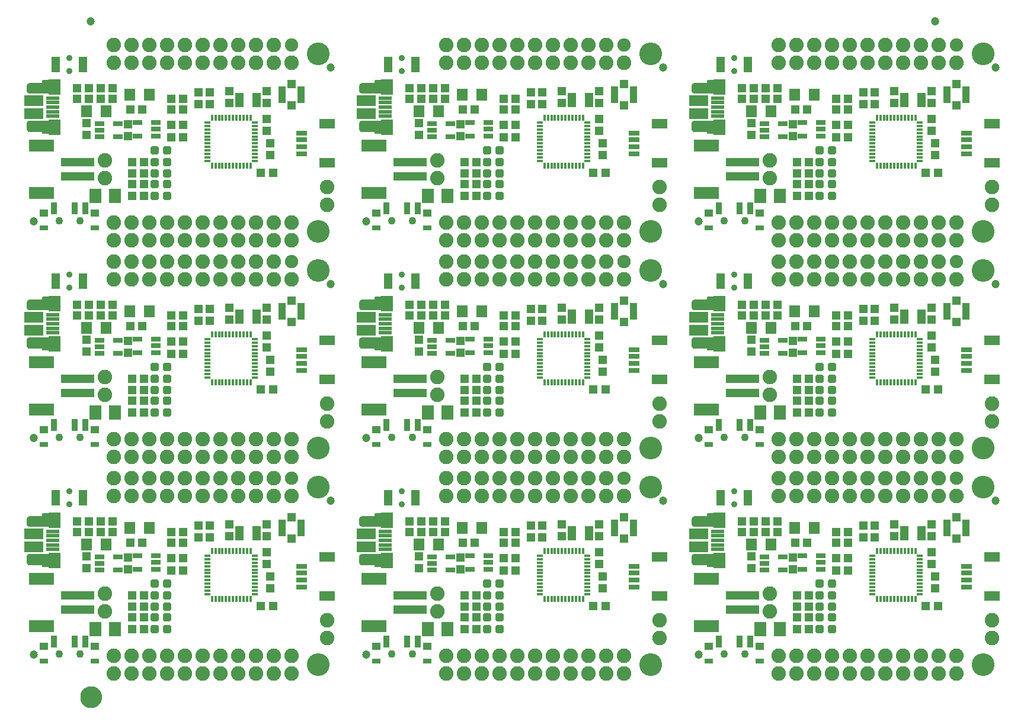
<source format=gts>
G04 EAGLE Gerber RS-274X export*
G75*
%MOMM*%
%FSLAX34Y34*%
%LPD*%
%INSoldermask Top*%
%IPPOS*%
%AMOC8*
5,1,8,0,0,1.08239X$1,22.5*%
G01*
%ADD10C,1.903200*%
%ADD11R,1.603200X1.803200*%
%ADD12R,1.303200X1.203200*%
%ADD13C,0.505344*%
%ADD14R,1.803200X2.003200*%
%ADD15R,1.953200X0.603200*%
%ADD16R,1.663200X2.203200*%
%ADD17R,2.703200X1.628200*%
%ADD18R,1.203200X1.303200*%
%ADD19R,0.903200X1.703200*%
%ADD20R,1.203200X0.803200*%
%ADD21R,1.203200X1.003200*%
%ADD22C,1.103200*%
%ADD23R,1.403200X0.753200*%
%ADD24C,2.082800*%
%ADD25C,0.903200*%
%ADD26R,1.303200X2.203200*%
%ADD27R,4.803200X1.203200*%
%ADD28R,3.603200X1.803200*%
%ADD29R,2.203200X1.403200*%
%ADD30R,1.553200X0.803200*%
%ADD31C,1.203200*%
%ADD32R,1.203200X2.003200*%
%ADD33R,1.053200X2.403200*%
%ADD34R,1.203200X1.253200*%
%ADD35R,0.453200X0.903200*%
%ADD36R,0.903200X0.453200*%
%ADD37C,3.251200*%
%ADD38C,1.270000*%
%ADD39C,1.703200*%

G36*
X508105Y784454D02*
X508105Y784454D01*
X508110Y784453D01*
X508203Y784474D01*
X508297Y784492D01*
X508301Y784495D01*
X508306Y784496D01*
X508384Y784552D01*
X508462Y784605D01*
X508465Y784609D01*
X508469Y784612D01*
X508520Y784694D01*
X508572Y784773D01*
X508572Y784778D01*
X508575Y784783D01*
X508607Y784960D01*
X508607Y802960D01*
X508606Y802965D01*
X508607Y802970D01*
X508586Y803063D01*
X508568Y803157D01*
X508565Y803161D01*
X508564Y803166D01*
X508508Y803244D01*
X508455Y803322D01*
X508451Y803325D01*
X508448Y803329D01*
X508366Y803380D01*
X508287Y803432D01*
X508282Y803432D01*
X508277Y803435D01*
X508100Y803467D01*
X481100Y803467D01*
X481074Y803462D01*
X481043Y803464D01*
X480376Y803389D01*
X480329Y803374D01*
X480265Y803364D01*
X479631Y803142D01*
X479588Y803117D01*
X479528Y803092D01*
X478960Y802735D01*
X478924Y802701D01*
X478871Y802664D01*
X478396Y802189D01*
X478368Y802148D01*
X478325Y802100D01*
X477968Y801532D01*
X477950Y801485D01*
X477918Y801429D01*
X477696Y800795D01*
X477690Y800746D01*
X477671Y800684D01*
X477596Y800017D01*
X477598Y799990D01*
X477593Y799960D01*
X477593Y791968D01*
X477569Y791184D01*
X477578Y791135D01*
X477579Y791071D01*
X477732Y790294D01*
X477751Y790248D01*
X477766Y790186D01*
X478089Y789462D01*
X478117Y789422D01*
X478146Y789364D01*
X478621Y788731D01*
X478658Y788698D01*
X478699Y788648D01*
X479303Y788137D01*
X479346Y788113D01*
X479397Y788073D01*
X480100Y787709D01*
X480148Y787695D01*
X480206Y787668D01*
X480973Y787469D01*
X481026Y787466D01*
X481100Y787453D01*
X499593Y787453D01*
X499593Y784960D01*
X499594Y784955D01*
X499593Y784950D01*
X499614Y784857D01*
X499632Y784764D01*
X499635Y784759D01*
X499636Y784754D01*
X499692Y784676D01*
X499745Y784598D01*
X499749Y784595D01*
X499752Y784591D01*
X499834Y784540D01*
X499913Y784488D01*
X499918Y784488D01*
X499923Y784485D01*
X500100Y784453D01*
X508100Y784453D01*
X508105Y784454D01*
G37*
G36*
X33125Y784454D02*
X33125Y784454D01*
X33130Y784453D01*
X33223Y784474D01*
X33317Y784492D01*
X33321Y784495D01*
X33326Y784496D01*
X33404Y784552D01*
X33482Y784605D01*
X33485Y784609D01*
X33489Y784612D01*
X33540Y784694D01*
X33592Y784773D01*
X33592Y784778D01*
X33595Y784783D01*
X33627Y784960D01*
X33627Y802960D01*
X33626Y802965D01*
X33627Y802970D01*
X33606Y803063D01*
X33588Y803157D01*
X33585Y803161D01*
X33584Y803166D01*
X33528Y803244D01*
X33475Y803322D01*
X33471Y803325D01*
X33468Y803329D01*
X33386Y803380D01*
X33307Y803432D01*
X33302Y803432D01*
X33297Y803435D01*
X33120Y803467D01*
X6120Y803467D01*
X6094Y803462D01*
X6063Y803464D01*
X5396Y803389D01*
X5349Y803374D01*
X5285Y803364D01*
X4651Y803142D01*
X4608Y803117D01*
X4548Y803092D01*
X3980Y802735D01*
X3944Y802701D01*
X3891Y802664D01*
X3416Y802189D01*
X3388Y802148D01*
X3345Y802100D01*
X2988Y801532D01*
X2970Y801485D01*
X2938Y801429D01*
X2716Y800795D01*
X2710Y800746D01*
X2691Y800684D01*
X2616Y800017D01*
X2618Y799990D01*
X2613Y799960D01*
X2613Y791968D01*
X2589Y791184D01*
X2598Y791135D01*
X2599Y791071D01*
X2752Y790294D01*
X2771Y790248D01*
X2786Y790186D01*
X3109Y789462D01*
X3137Y789422D01*
X3166Y789364D01*
X3641Y788731D01*
X3678Y788698D01*
X3719Y788648D01*
X4323Y788137D01*
X4366Y788113D01*
X4417Y788073D01*
X5120Y787709D01*
X5168Y787695D01*
X5226Y787668D01*
X5993Y787469D01*
X6046Y787466D01*
X6120Y787453D01*
X24613Y787453D01*
X24613Y784960D01*
X24614Y784955D01*
X24613Y784950D01*
X24634Y784857D01*
X24652Y784764D01*
X24655Y784759D01*
X24656Y784754D01*
X24712Y784676D01*
X24765Y784598D01*
X24769Y784595D01*
X24772Y784591D01*
X24854Y784540D01*
X24933Y784488D01*
X24938Y784488D01*
X24943Y784485D01*
X25120Y784453D01*
X33120Y784453D01*
X33125Y784454D01*
G37*
G36*
X983085Y784454D02*
X983085Y784454D01*
X983090Y784453D01*
X983183Y784474D01*
X983277Y784492D01*
X983281Y784495D01*
X983286Y784496D01*
X983364Y784552D01*
X983442Y784605D01*
X983445Y784609D01*
X983449Y784612D01*
X983500Y784694D01*
X983552Y784773D01*
X983552Y784778D01*
X983555Y784783D01*
X983587Y784960D01*
X983587Y802960D01*
X983586Y802965D01*
X983587Y802970D01*
X983566Y803063D01*
X983548Y803157D01*
X983545Y803161D01*
X983544Y803166D01*
X983488Y803244D01*
X983435Y803322D01*
X983431Y803325D01*
X983428Y803329D01*
X983346Y803380D01*
X983267Y803432D01*
X983262Y803432D01*
X983257Y803435D01*
X983080Y803467D01*
X956080Y803467D01*
X956054Y803462D01*
X956023Y803464D01*
X955356Y803389D01*
X955309Y803374D01*
X955245Y803364D01*
X954611Y803142D01*
X954568Y803117D01*
X954508Y803092D01*
X953940Y802735D01*
X953904Y802701D01*
X953851Y802664D01*
X953376Y802189D01*
X953348Y802148D01*
X953305Y802100D01*
X952948Y801532D01*
X952930Y801485D01*
X952898Y801429D01*
X952676Y800795D01*
X952670Y800746D01*
X952651Y800684D01*
X952576Y800017D01*
X952578Y799990D01*
X952573Y799960D01*
X952573Y791968D01*
X952549Y791184D01*
X952558Y791135D01*
X952559Y791071D01*
X952712Y790294D01*
X952731Y790248D01*
X952746Y790186D01*
X953069Y789462D01*
X953097Y789422D01*
X953126Y789364D01*
X953601Y788731D01*
X953638Y788698D01*
X953679Y788648D01*
X954283Y788137D01*
X954326Y788113D01*
X954377Y788073D01*
X955080Y787709D01*
X955128Y787695D01*
X955186Y787668D01*
X955953Y787469D01*
X956006Y787466D01*
X956080Y787453D01*
X974573Y787453D01*
X974573Y784960D01*
X974574Y784955D01*
X974573Y784950D01*
X974594Y784857D01*
X974612Y784764D01*
X974615Y784759D01*
X974616Y784754D01*
X974672Y784676D01*
X974725Y784598D01*
X974729Y784595D01*
X974732Y784591D01*
X974814Y784540D01*
X974893Y784488D01*
X974898Y784488D01*
X974903Y784485D01*
X975080Y784453D01*
X983080Y784453D01*
X983085Y784454D01*
G37*
G36*
X33125Y474574D02*
X33125Y474574D01*
X33130Y474573D01*
X33223Y474594D01*
X33317Y474612D01*
X33321Y474615D01*
X33326Y474616D01*
X33404Y474672D01*
X33482Y474725D01*
X33485Y474729D01*
X33489Y474732D01*
X33540Y474814D01*
X33592Y474893D01*
X33592Y474898D01*
X33595Y474903D01*
X33627Y475080D01*
X33627Y493080D01*
X33626Y493085D01*
X33627Y493090D01*
X33606Y493183D01*
X33588Y493277D01*
X33585Y493281D01*
X33584Y493286D01*
X33528Y493364D01*
X33475Y493442D01*
X33471Y493445D01*
X33468Y493449D01*
X33386Y493500D01*
X33307Y493552D01*
X33302Y493552D01*
X33297Y493555D01*
X33120Y493587D01*
X6120Y493587D01*
X6094Y493582D01*
X6063Y493584D01*
X5396Y493509D01*
X5349Y493494D01*
X5285Y493484D01*
X4651Y493262D01*
X4608Y493237D01*
X4548Y493212D01*
X3980Y492855D01*
X3944Y492821D01*
X3891Y492784D01*
X3416Y492309D01*
X3388Y492268D01*
X3345Y492220D01*
X2988Y491652D01*
X2970Y491605D01*
X2938Y491549D01*
X2716Y490915D01*
X2710Y490866D01*
X2691Y490804D01*
X2616Y490137D01*
X2618Y490110D01*
X2613Y490080D01*
X2613Y482088D01*
X2589Y481304D01*
X2598Y481255D01*
X2599Y481191D01*
X2752Y480414D01*
X2771Y480368D01*
X2786Y480306D01*
X3109Y479582D01*
X3137Y479542D01*
X3166Y479484D01*
X3641Y478851D01*
X3678Y478818D01*
X3719Y478768D01*
X4323Y478257D01*
X4366Y478233D01*
X4417Y478193D01*
X5120Y477829D01*
X5168Y477815D01*
X5226Y477788D01*
X5993Y477589D01*
X6046Y477586D01*
X6120Y477573D01*
X24613Y477573D01*
X24613Y475080D01*
X24614Y475075D01*
X24613Y475070D01*
X24634Y474977D01*
X24652Y474884D01*
X24655Y474879D01*
X24656Y474874D01*
X24712Y474796D01*
X24765Y474718D01*
X24769Y474715D01*
X24772Y474711D01*
X24854Y474660D01*
X24933Y474608D01*
X24938Y474608D01*
X24943Y474605D01*
X25120Y474573D01*
X33120Y474573D01*
X33125Y474574D01*
G37*
G36*
X508105Y474574D02*
X508105Y474574D01*
X508110Y474573D01*
X508203Y474594D01*
X508297Y474612D01*
X508301Y474615D01*
X508306Y474616D01*
X508384Y474672D01*
X508462Y474725D01*
X508465Y474729D01*
X508469Y474732D01*
X508520Y474814D01*
X508572Y474893D01*
X508572Y474898D01*
X508575Y474903D01*
X508607Y475080D01*
X508607Y493080D01*
X508606Y493085D01*
X508607Y493090D01*
X508586Y493183D01*
X508568Y493277D01*
X508565Y493281D01*
X508564Y493286D01*
X508508Y493364D01*
X508455Y493442D01*
X508451Y493445D01*
X508448Y493449D01*
X508366Y493500D01*
X508287Y493552D01*
X508282Y493552D01*
X508277Y493555D01*
X508100Y493587D01*
X481100Y493587D01*
X481074Y493582D01*
X481043Y493584D01*
X480376Y493509D01*
X480329Y493494D01*
X480265Y493484D01*
X479631Y493262D01*
X479588Y493237D01*
X479528Y493212D01*
X478960Y492855D01*
X478924Y492821D01*
X478871Y492784D01*
X478396Y492309D01*
X478368Y492268D01*
X478325Y492220D01*
X477968Y491652D01*
X477950Y491605D01*
X477918Y491549D01*
X477696Y490915D01*
X477690Y490866D01*
X477671Y490804D01*
X477596Y490137D01*
X477598Y490110D01*
X477593Y490080D01*
X477593Y482088D01*
X477569Y481304D01*
X477578Y481255D01*
X477579Y481191D01*
X477732Y480414D01*
X477751Y480368D01*
X477766Y480306D01*
X478089Y479582D01*
X478117Y479542D01*
X478146Y479484D01*
X478621Y478851D01*
X478658Y478818D01*
X478699Y478768D01*
X479303Y478257D01*
X479346Y478233D01*
X479397Y478193D01*
X480100Y477829D01*
X480148Y477815D01*
X480206Y477788D01*
X480973Y477589D01*
X481026Y477586D01*
X481100Y477573D01*
X499593Y477573D01*
X499593Y475080D01*
X499594Y475075D01*
X499593Y475070D01*
X499614Y474977D01*
X499632Y474884D01*
X499635Y474879D01*
X499636Y474874D01*
X499692Y474796D01*
X499745Y474718D01*
X499749Y474715D01*
X499752Y474711D01*
X499834Y474660D01*
X499913Y474608D01*
X499918Y474608D01*
X499923Y474605D01*
X500100Y474573D01*
X508100Y474573D01*
X508105Y474574D01*
G37*
G36*
X983085Y474574D02*
X983085Y474574D01*
X983090Y474573D01*
X983183Y474594D01*
X983277Y474612D01*
X983281Y474615D01*
X983286Y474616D01*
X983364Y474672D01*
X983442Y474725D01*
X983445Y474729D01*
X983449Y474732D01*
X983500Y474814D01*
X983552Y474893D01*
X983552Y474898D01*
X983555Y474903D01*
X983587Y475080D01*
X983587Y493080D01*
X983586Y493085D01*
X983587Y493090D01*
X983566Y493183D01*
X983548Y493277D01*
X983545Y493281D01*
X983544Y493286D01*
X983488Y493364D01*
X983435Y493442D01*
X983431Y493445D01*
X983428Y493449D01*
X983346Y493500D01*
X983267Y493552D01*
X983262Y493552D01*
X983257Y493555D01*
X983080Y493587D01*
X956080Y493587D01*
X956054Y493582D01*
X956023Y493584D01*
X955356Y493509D01*
X955309Y493494D01*
X955245Y493484D01*
X954611Y493262D01*
X954568Y493237D01*
X954508Y493212D01*
X953940Y492855D01*
X953904Y492821D01*
X953851Y492784D01*
X953376Y492309D01*
X953348Y492268D01*
X953305Y492220D01*
X952948Y491652D01*
X952930Y491605D01*
X952898Y491549D01*
X952676Y490915D01*
X952670Y490866D01*
X952651Y490804D01*
X952576Y490137D01*
X952578Y490110D01*
X952573Y490080D01*
X952573Y482088D01*
X952549Y481304D01*
X952558Y481255D01*
X952559Y481191D01*
X952712Y480414D01*
X952731Y480368D01*
X952746Y480306D01*
X953069Y479582D01*
X953097Y479542D01*
X953126Y479484D01*
X953601Y478851D01*
X953638Y478818D01*
X953679Y478768D01*
X954283Y478257D01*
X954326Y478233D01*
X954377Y478193D01*
X955080Y477829D01*
X955128Y477815D01*
X955186Y477788D01*
X955953Y477589D01*
X956006Y477586D01*
X956080Y477573D01*
X974573Y477573D01*
X974573Y475080D01*
X974574Y475075D01*
X974573Y475070D01*
X974594Y474977D01*
X974612Y474884D01*
X974615Y474879D01*
X974616Y474874D01*
X974672Y474796D01*
X974725Y474718D01*
X974729Y474715D01*
X974732Y474711D01*
X974814Y474660D01*
X974893Y474608D01*
X974898Y474608D01*
X974903Y474605D01*
X975080Y474573D01*
X983080Y474573D01*
X983085Y474574D01*
G37*
G36*
X33125Y164694D02*
X33125Y164694D01*
X33130Y164693D01*
X33223Y164714D01*
X33317Y164732D01*
X33321Y164735D01*
X33326Y164736D01*
X33404Y164792D01*
X33482Y164845D01*
X33485Y164849D01*
X33489Y164852D01*
X33540Y164934D01*
X33592Y165013D01*
X33592Y165018D01*
X33595Y165023D01*
X33627Y165200D01*
X33627Y183200D01*
X33626Y183205D01*
X33627Y183210D01*
X33606Y183303D01*
X33588Y183397D01*
X33585Y183401D01*
X33584Y183406D01*
X33528Y183484D01*
X33475Y183562D01*
X33471Y183565D01*
X33468Y183569D01*
X33386Y183620D01*
X33307Y183672D01*
X33302Y183672D01*
X33297Y183675D01*
X33120Y183707D01*
X6120Y183707D01*
X6094Y183702D01*
X6063Y183704D01*
X5396Y183629D01*
X5349Y183614D01*
X5285Y183604D01*
X4651Y183382D01*
X4608Y183357D01*
X4548Y183332D01*
X3980Y182975D01*
X3944Y182941D01*
X3891Y182904D01*
X3416Y182429D01*
X3388Y182388D01*
X3345Y182340D01*
X2988Y181772D01*
X2970Y181725D01*
X2938Y181669D01*
X2716Y181035D01*
X2710Y180986D01*
X2691Y180924D01*
X2616Y180257D01*
X2618Y180230D01*
X2613Y180200D01*
X2613Y172208D01*
X2589Y171424D01*
X2598Y171375D01*
X2599Y171311D01*
X2752Y170534D01*
X2771Y170488D01*
X2786Y170426D01*
X3109Y169702D01*
X3137Y169662D01*
X3166Y169604D01*
X3641Y168971D01*
X3678Y168938D01*
X3719Y168888D01*
X4323Y168377D01*
X4366Y168353D01*
X4417Y168313D01*
X5120Y167949D01*
X5168Y167935D01*
X5226Y167908D01*
X5993Y167709D01*
X6046Y167706D01*
X6120Y167693D01*
X24613Y167693D01*
X24613Y165200D01*
X24614Y165195D01*
X24613Y165190D01*
X24634Y165097D01*
X24652Y165004D01*
X24655Y164999D01*
X24656Y164994D01*
X24712Y164916D01*
X24765Y164838D01*
X24769Y164835D01*
X24772Y164831D01*
X24854Y164780D01*
X24933Y164728D01*
X24938Y164728D01*
X24943Y164725D01*
X25120Y164693D01*
X33120Y164693D01*
X33125Y164694D01*
G37*
G36*
X508105Y164694D02*
X508105Y164694D01*
X508110Y164693D01*
X508203Y164714D01*
X508297Y164732D01*
X508301Y164735D01*
X508306Y164736D01*
X508384Y164792D01*
X508462Y164845D01*
X508465Y164849D01*
X508469Y164852D01*
X508520Y164934D01*
X508572Y165013D01*
X508572Y165018D01*
X508575Y165023D01*
X508607Y165200D01*
X508607Y183200D01*
X508606Y183205D01*
X508607Y183210D01*
X508586Y183303D01*
X508568Y183397D01*
X508565Y183401D01*
X508564Y183406D01*
X508508Y183484D01*
X508455Y183562D01*
X508451Y183565D01*
X508448Y183569D01*
X508366Y183620D01*
X508287Y183672D01*
X508282Y183672D01*
X508277Y183675D01*
X508100Y183707D01*
X481100Y183707D01*
X481074Y183702D01*
X481043Y183704D01*
X480376Y183629D01*
X480329Y183614D01*
X480265Y183604D01*
X479631Y183382D01*
X479588Y183357D01*
X479528Y183332D01*
X478960Y182975D01*
X478924Y182941D01*
X478871Y182904D01*
X478396Y182429D01*
X478368Y182388D01*
X478325Y182340D01*
X477968Y181772D01*
X477950Y181725D01*
X477918Y181669D01*
X477696Y181035D01*
X477690Y180986D01*
X477671Y180924D01*
X477596Y180257D01*
X477598Y180230D01*
X477593Y180200D01*
X477593Y172208D01*
X477569Y171424D01*
X477578Y171375D01*
X477579Y171311D01*
X477732Y170534D01*
X477751Y170488D01*
X477766Y170426D01*
X478089Y169702D01*
X478117Y169662D01*
X478146Y169604D01*
X478621Y168971D01*
X478658Y168938D01*
X478699Y168888D01*
X479303Y168377D01*
X479346Y168353D01*
X479397Y168313D01*
X480100Y167949D01*
X480148Y167935D01*
X480206Y167908D01*
X480973Y167709D01*
X481026Y167706D01*
X481100Y167693D01*
X499593Y167693D01*
X499593Y165200D01*
X499594Y165195D01*
X499593Y165190D01*
X499614Y165097D01*
X499632Y165004D01*
X499635Y164999D01*
X499636Y164994D01*
X499692Y164916D01*
X499745Y164838D01*
X499749Y164835D01*
X499752Y164831D01*
X499834Y164780D01*
X499913Y164728D01*
X499918Y164728D01*
X499923Y164725D01*
X500100Y164693D01*
X508100Y164693D01*
X508105Y164694D01*
G37*
G36*
X983085Y164694D02*
X983085Y164694D01*
X983090Y164693D01*
X983183Y164714D01*
X983277Y164732D01*
X983281Y164735D01*
X983286Y164736D01*
X983364Y164792D01*
X983442Y164845D01*
X983445Y164849D01*
X983449Y164852D01*
X983500Y164934D01*
X983552Y165013D01*
X983552Y165018D01*
X983555Y165023D01*
X983587Y165200D01*
X983587Y183200D01*
X983586Y183205D01*
X983587Y183210D01*
X983566Y183303D01*
X983548Y183397D01*
X983545Y183401D01*
X983544Y183406D01*
X983488Y183484D01*
X983435Y183562D01*
X983431Y183565D01*
X983428Y183569D01*
X983346Y183620D01*
X983267Y183672D01*
X983262Y183672D01*
X983257Y183675D01*
X983080Y183707D01*
X956080Y183707D01*
X956054Y183702D01*
X956023Y183704D01*
X955356Y183629D01*
X955309Y183614D01*
X955245Y183604D01*
X954611Y183382D01*
X954568Y183357D01*
X954508Y183332D01*
X953940Y182975D01*
X953904Y182941D01*
X953851Y182904D01*
X953376Y182429D01*
X953348Y182388D01*
X953305Y182340D01*
X952948Y181772D01*
X952930Y181725D01*
X952898Y181669D01*
X952676Y181035D01*
X952670Y180986D01*
X952651Y180924D01*
X952576Y180257D01*
X952578Y180230D01*
X952573Y180200D01*
X952573Y172208D01*
X952549Y171424D01*
X952558Y171375D01*
X952559Y171311D01*
X952712Y170534D01*
X952731Y170488D01*
X952746Y170426D01*
X953069Y169702D01*
X953097Y169662D01*
X953126Y169604D01*
X953601Y168971D01*
X953638Y168938D01*
X953679Y168888D01*
X954283Y168377D01*
X954326Y168353D01*
X954377Y168313D01*
X955080Y167949D01*
X955128Y167935D01*
X955186Y167908D01*
X955953Y167709D01*
X956006Y167706D01*
X956080Y167693D01*
X974573Y167693D01*
X974573Y165200D01*
X974574Y165195D01*
X974573Y165190D01*
X974594Y165097D01*
X974612Y165004D01*
X974615Y164999D01*
X974616Y164994D01*
X974672Y164916D01*
X974725Y164838D01*
X974729Y164835D01*
X974732Y164831D01*
X974814Y164780D01*
X974893Y164728D01*
X974898Y164728D01*
X974903Y164725D01*
X975080Y164693D01*
X983080Y164693D01*
X983085Y164694D01*
G37*
G36*
X482108Y842453D02*
X482108Y842453D01*
X508100Y842453D01*
X508105Y842454D01*
X508110Y842453D01*
X508203Y842474D01*
X508297Y842492D01*
X508301Y842495D01*
X508306Y842496D01*
X508384Y842552D01*
X508462Y842605D01*
X508465Y842609D01*
X508469Y842612D01*
X508520Y842694D01*
X508572Y842773D01*
X508572Y842778D01*
X508575Y842783D01*
X508607Y842960D01*
X508607Y860960D01*
X508606Y860965D01*
X508607Y860970D01*
X508586Y861063D01*
X508568Y861157D01*
X508565Y861161D01*
X508564Y861166D01*
X508508Y861244D01*
X508455Y861322D01*
X508451Y861325D01*
X508448Y861329D01*
X508366Y861380D01*
X508287Y861432D01*
X508282Y861432D01*
X508277Y861435D01*
X508100Y861467D01*
X500100Y861467D01*
X500095Y861466D01*
X500090Y861467D01*
X499997Y861446D01*
X499904Y861428D01*
X499899Y861425D01*
X499894Y861424D01*
X499816Y861368D01*
X499738Y861315D01*
X499735Y861311D01*
X499731Y861308D01*
X499680Y861226D01*
X499628Y861147D01*
X499628Y861142D01*
X499625Y861137D01*
X499593Y860960D01*
X499593Y857467D01*
X482100Y857467D01*
X482074Y857462D01*
X482043Y857464D01*
X481153Y857364D01*
X481106Y857349D01*
X481042Y857339D01*
X480197Y857043D01*
X480154Y857017D01*
X480095Y856993D01*
X479336Y856517D01*
X479300Y856483D01*
X479247Y856446D01*
X478614Y855813D01*
X478587Y855771D01*
X478543Y855724D01*
X478067Y854965D01*
X478049Y854919D01*
X478017Y854863D01*
X477722Y854018D01*
X477715Y853969D01*
X477696Y853907D01*
X477596Y853017D01*
X477598Y852990D01*
X477593Y852960D01*
X477593Y845960D01*
X477603Y845907D01*
X477609Y845833D01*
X477808Y845066D01*
X477830Y845022D01*
X477849Y844960D01*
X478213Y844257D01*
X478244Y844219D01*
X478277Y844163D01*
X478788Y843559D01*
X478827Y843528D01*
X478871Y843481D01*
X479504Y843006D01*
X479549Y842985D01*
X479602Y842949D01*
X480326Y842626D01*
X480374Y842616D01*
X480434Y842592D01*
X481211Y842439D01*
X481260Y842439D01*
X481324Y842429D01*
X482108Y842453D01*
G37*
G36*
X957088Y842453D02*
X957088Y842453D01*
X983080Y842453D01*
X983085Y842454D01*
X983090Y842453D01*
X983183Y842474D01*
X983277Y842492D01*
X983281Y842495D01*
X983286Y842496D01*
X983364Y842552D01*
X983442Y842605D01*
X983445Y842609D01*
X983449Y842612D01*
X983500Y842694D01*
X983552Y842773D01*
X983552Y842778D01*
X983555Y842783D01*
X983587Y842960D01*
X983587Y860960D01*
X983586Y860965D01*
X983587Y860970D01*
X983566Y861063D01*
X983548Y861157D01*
X983545Y861161D01*
X983544Y861166D01*
X983488Y861244D01*
X983435Y861322D01*
X983431Y861325D01*
X983428Y861329D01*
X983346Y861380D01*
X983267Y861432D01*
X983262Y861432D01*
X983257Y861435D01*
X983080Y861467D01*
X975080Y861467D01*
X975075Y861466D01*
X975070Y861467D01*
X974977Y861446D01*
X974884Y861428D01*
X974879Y861425D01*
X974874Y861424D01*
X974796Y861368D01*
X974718Y861315D01*
X974715Y861311D01*
X974711Y861308D01*
X974660Y861226D01*
X974608Y861147D01*
X974608Y861142D01*
X974605Y861137D01*
X974573Y860960D01*
X974573Y857467D01*
X957080Y857467D01*
X957054Y857462D01*
X957023Y857464D01*
X956133Y857364D01*
X956086Y857349D01*
X956022Y857339D01*
X955177Y857043D01*
X955134Y857017D01*
X955075Y856993D01*
X954316Y856517D01*
X954280Y856483D01*
X954227Y856446D01*
X953594Y855813D01*
X953567Y855771D01*
X953523Y855724D01*
X953047Y854965D01*
X953029Y854919D01*
X952997Y854863D01*
X952702Y854018D01*
X952695Y853969D01*
X952676Y853907D01*
X952576Y853017D01*
X952578Y852990D01*
X952573Y852960D01*
X952573Y845960D01*
X952583Y845907D01*
X952589Y845833D01*
X952788Y845066D01*
X952810Y845022D01*
X952829Y844960D01*
X953193Y844257D01*
X953224Y844219D01*
X953257Y844163D01*
X953768Y843559D01*
X953807Y843528D01*
X953851Y843481D01*
X954484Y843006D01*
X954529Y842985D01*
X954582Y842949D01*
X955306Y842626D01*
X955354Y842616D01*
X955414Y842592D01*
X956191Y842439D01*
X956240Y842439D01*
X956304Y842429D01*
X957088Y842453D01*
G37*
G36*
X7128Y842453D02*
X7128Y842453D01*
X33120Y842453D01*
X33125Y842454D01*
X33130Y842453D01*
X33223Y842474D01*
X33317Y842492D01*
X33321Y842495D01*
X33326Y842496D01*
X33404Y842552D01*
X33482Y842605D01*
X33485Y842609D01*
X33489Y842612D01*
X33540Y842694D01*
X33592Y842773D01*
X33592Y842778D01*
X33595Y842783D01*
X33627Y842960D01*
X33627Y860960D01*
X33626Y860965D01*
X33627Y860970D01*
X33606Y861063D01*
X33588Y861157D01*
X33585Y861161D01*
X33584Y861166D01*
X33528Y861244D01*
X33475Y861322D01*
X33471Y861325D01*
X33468Y861329D01*
X33386Y861380D01*
X33307Y861432D01*
X33302Y861432D01*
X33297Y861435D01*
X33120Y861467D01*
X25120Y861467D01*
X25115Y861466D01*
X25110Y861467D01*
X25017Y861446D01*
X24924Y861428D01*
X24919Y861425D01*
X24914Y861424D01*
X24836Y861368D01*
X24758Y861315D01*
X24755Y861311D01*
X24751Y861308D01*
X24700Y861226D01*
X24648Y861147D01*
X24648Y861142D01*
X24645Y861137D01*
X24613Y860960D01*
X24613Y857467D01*
X7120Y857467D01*
X7094Y857462D01*
X7063Y857464D01*
X6173Y857364D01*
X6126Y857349D01*
X6062Y857339D01*
X5217Y857043D01*
X5174Y857017D01*
X5115Y856993D01*
X4356Y856517D01*
X4320Y856483D01*
X4267Y856446D01*
X3634Y855813D01*
X3607Y855771D01*
X3563Y855724D01*
X3087Y854965D01*
X3069Y854919D01*
X3037Y854863D01*
X2742Y854018D01*
X2735Y853969D01*
X2716Y853907D01*
X2616Y853017D01*
X2618Y852990D01*
X2613Y852960D01*
X2613Y845960D01*
X2623Y845907D01*
X2629Y845833D01*
X2828Y845066D01*
X2850Y845022D01*
X2869Y844960D01*
X3233Y844257D01*
X3264Y844219D01*
X3297Y844163D01*
X3808Y843559D01*
X3847Y843528D01*
X3891Y843481D01*
X4524Y843006D01*
X4569Y842985D01*
X4622Y842949D01*
X5346Y842626D01*
X5394Y842616D01*
X5454Y842592D01*
X6231Y842439D01*
X6280Y842439D01*
X6344Y842429D01*
X7128Y842453D01*
G37*
G36*
X957088Y532573D02*
X957088Y532573D01*
X983080Y532573D01*
X983085Y532574D01*
X983090Y532573D01*
X983183Y532594D01*
X983277Y532612D01*
X983281Y532615D01*
X983286Y532616D01*
X983364Y532672D01*
X983442Y532725D01*
X983445Y532729D01*
X983449Y532732D01*
X983500Y532814D01*
X983552Y532893D01*
X983552Y532898D01*
X983555Y532903D01*
X983587Y533080D01*
X983587Y551080D01*
X983586Y551085D01*
X983587Y551090D01*
X983566Y551183D01*
X983548Y551277D01*
X983545Y551281D01*
X983544Y551286D01*
X983488Y551364D01*
X983435Y551442D01*
X983431Y551445D01*
X983428Y551449D01*
X983346Y551500D01*
X983267Y551552D01*
X983262Y551552D01*
X983257Y551555D01*
X983080Y551587D01*
X975080Y551587D01*
X975075Y551586D01*
X975070Y551587D01*
X974977Y551566D01*
X974884Y551548D01*
X974879Y551545D01*
X974874Y551544D01*
X974796Y551488D01*
X974718Y551435D01*
X974715Y551431D01*
X974711Y551428D01*
X974660Y551346D01*
X974608Y551267D01*
X974608Y551262D01*
X974605Y551257D01*
X974573Y551080D01*
X974573Y547587D01*
X957080Y547587D01*
X957054Y547582D01*
X957023Y547584D01*
X956133Y547484D01*
X956086Y547469D01*
X956022Y547459D01*
X955177Y547163D01*
X955134Y547137D01*
X955075Y547113D01*
X954316Y546637D01*
X954280Y546603D01*
X954227Y546566D01*
X953594Y545933D01*
X953567Y545891D01*
X953523Y545844D01*
X953047Y545085D01*
X953029Y545039D01*
X952997Y544983D01*
X952702Y544138D01*
X952695Y544089D01*
X952676Y544027D01*
X952576Y543137D01*
X952578Y543110D01*
X952573Y543080D01*
X952573Y536080D01*
X952583Y536027D01*
X952589Y535953D01*
X952788Y535186D01*
X952810Y535142D01*
X952829Y535080D01*
X953193Y534377D01*
X953224Y534339D01*
X953257Y534283D01*
X953768Y533679D01*
X953807Y533648D01*
X953851Y533601D01*
X954484Y533126D01*
X954529Y533105D01*
X954582Y533069D01*
X955306Y532746D01*
X955354Y532736D01*
X955414Y532712D01*
X956191Y532559D01*
X956240Y532559D01*
X956304Y532549D01*
X957088Y532573D01*
G37*
G36*
X482108Y532573D02*
X482108Y532573D01*
X508100Y532573D01*
X508105Y532574D01*
X508110Y532573D01*
X508203Y532594D01*
X508297Y532612D01*
X508301Y532615D01*
X508306Y532616D01*
X508384Y532672D01*
X508462Y532725D01*
X508465Y532729D01*
X508469Y532732D01*
X508520Y532814D01*
X508572Y532893D01*
X508572Y532898D01*
X508575Y532903D01*
X508607Y533080D01*
X508607Y551080D01*
X508606Y551085D01*
X508607Y551090D01*
X508586Y551183D01*
X508568Y551277D01*
X508565Y551281D01*
X508564Y551286D01*
X508508Y551364D01*
X508455Y551442D01*
X508451Y551445D01*
X508448Y551449D01*
X508366Y551500D01*
X508287Y551552D01*
X508282Y551552D01*
X508277Y551555D01*
X508100Y551587D01*
X500100Y551587D01*
X500095Y551586D01*
X500090Y551587D01*
X499997Y551566D01*
X499904Y551548D01*
X499899Y551545D01*
X499894Y551544D01*
X499816Y551488D01*
X499738Y551435D01*
X499735Y551431D01*
X499731Y551428D01*
X499680Y551346D01*
X499628Y551267D01*
X499628Y551262D01*
X499625Y551257D01*
X499593Y551080D01*
X499593Y547587D01*
X482100Y547587D01*
X482074Y547582D01*
X482043Y547584D01*
X481153Y547484D01*
X481106Y547469D01*
X481042Y547459D01*
X480197Y547163D01*
X480154Y547137D01*
X480095Y547113D01*
X479336Y546637D01*
X479300Y546603D01*
X479247Y546566D01*
X478614Y545933D01*
X478587Y545891D01*
X478543Y545844D01*
X478067Y545085D01*
X478049Y545039D01*
X478017Y544983D01*
X477722Y544138D01*
X477715Y544089D01*
X477696Y544027D01*
X477596Y543137D01*
X477598Y543110D01*
X477593Y543080D01*
X477593Y536080D01*
X477603Y536027D01*
X477609Y535953D01*
X477808Y535186D01*
X477830Y535142D01*
X477849Y535080D01*
X478213Y534377D01*
X478244Y534339D01*
X478277Y534283D01*
X478788Y533679D01*
X478827Y533648D01*
X478871Y533601D01*
X479504Y533126D01*
X479549Y533105D01*
X479602Y533069D01*
X480326Y532746D01*
X480374Y532736D01*
X480434Y532712D01*
X481211Y532559D01*
X481260Y532559D01*
X481324Y532549D01*
X482108Y532573D01*
G37*
G36*
X7128Y532573D02*
X7128Y532573D01*
X33120Y532573D01*
X33125Y532574D01*
X33130Y532573D01*
X33223Y532594D01*
X33317Y532612D01*
X33321Y532615D01*
X33326Y532616D01*
X33404Y532672D01*
X33482Y532725D01*
X33485Y532729D01*
X33489Y532732D01*
X33540Y532814D01*
X33592Y532893D01*
X33592Y532898D01*
X33595Y532903D01*
X33627Y533080D01*
X33627Y551080D01*
X33626Y551085D01*
X33627Y551090D01*
X33606Y551183D01*
X33588Y551277D01*
X33585Y551281D01*
X33584Y551286D01*
X33528Y551364D01*
X33475Y551442D01*
X33471Y551445D01*
X33468Y551449D01*
X33386Y551500D01*
X33307Y551552D01*
X33302Y551552D01*
X33297Y551555D01*
X33120Y551587D01*
X25120Y551587D01*
X25115Y551586D01*
X25110Y551587D01*
X25017Y551566D01*
X24924Y551548D01*
X24919Y551545D01*
X24914Y551544D01*
X24836Y551488D01*
X24758Y551435D01*
X24755Y551431D01*
X24751Y551428D01*
X24700Y551346D01*
X24648Y551267D01*
X24648Y551262D01*
X24645Y551257D01*
X24613Y551080D01*
X24613Y547587D01*
X7120Y547587D01*
X7094Y547582D01*
X7063Y547584D01*
X6173Y547484D01*
X6126Y547469D01*
X6062Y547459D01*
X5217Y547163D01*
X5174Y547137D01*
X5115Y547113D01*
X4356Y546637D01*
X4320Y546603D01*
X4267Y546566D01*
X3634Y545933D01*
X3607Y545891D01*
X3563Y545844D01*
X3087Y545085D01*
X3069Y545039D01*
X3037Y544983D01*
X2742Y544138D01*
X2735Y544089D01*
X2716Y544027D01*
X2616Y543137D01*
X2618Y543110D01*
X2613Y543080D01*
X2613Y536080D01*
X2623Y536027D01*
X2629Y535953D01*
X2828Y535186D01*
X2850Y535142D01*
X2869Y535080D01*
X3233Y534377D01*
X3264Y534339D01*
X3297Y534283D01*
X3808Y533679D01*
X3847Y533648D01*
X3891Y533601D01*
X4524Y533126D01*
X4569Y533105D01*
X4622Y533069D01*
X5346Y532746D01*
X5394Y532736D01*
X5454Y532712D01*
X6231Y532559D01*
X6280Y532559D01*
X6344Y532549D01*
X7128Y532573D01*
G37*
G36*
X957088Y222693D02*
X957088Y222693D01*
X983080Y222693D01*
X983085Y222694D01*
X983090Y222693D01*
X983183Y222714D01*
X983277Y222732D01*
X983281Y222735D01*
X983286Y222736D01*
X983364Y222792D01*
X983442Y222845D01*
X983445Y222849D01*
X983449Y222852D01*
X983500Y222934D01*
X983552Y223013D01*
X983552Y223018D01*
X983555Y223023D01*
X983587Y223200D01*
X983587Y241200D01*
X983586Y241205D01*
X983587Y241210D01*
X983566Y241303D01*
X983548Y241397D01*
X983545Y241401D01*
X983544Y241406D01*
X983488Y241484D01*
X983435Y241562D01*
X983431Y241565D01*
X983428Y241569D01*
X983346Y241620D01*
X983267Y241672D01*
X983262Y241672D01*
X983257Y241675D01*
X983080Y241707D01*
X975080Y241707D01*
X975075Y241706D01*
X975070Y241707D01*
X974977Y241686D01*
X974884Y241668D01*
X974879Y241665D01*
X974874Y241664D01*
X974796Y241608D01*
X974718Y241555D01*
X974715Y241551D01*
X974711Y241548D01*
X974660Y241466D01*
X974608Y241387D01*
X974608Y241382D01*
X974605Y241377D01*
X974573Y241200D01*
X974573Y237707D01*
X957080Y237707D01*
X957054Y237702D01*
X957023Y237704D01*
X956133Y237604D01*
X956086Y237589D01*
X956022Y237579D01*
X955177Y237283D01*
X955134Y237257D01*
X955075Y237233D01*
X954316Y236757D01*
X954280Y236723D01*
X954227Y236686D01*
X953594Y236053D01*
X953567Y236011D01*
X953523Y235964D01*
X953047Y235205D01*
X953029Y235159D01*
X952997Y235103D01*
X952702Y234258D01*
X952695Y234209D01*
X952676Y234147D01*
X952576Y233257D01*
X952578Y233230D01*
X952573Y233200D01*
X952573Y226200D01*
X952583Y226147D01*
X952589Y226073D01*
X952788Y225306D01*
X952810Y225262D01*
X952829Y225200D01*
X953193Y224497D01*
X953224Y224459D01*
X953257Y224403D01*
X953768Y223799D01*
X953807Y223768D01*
X953851Y223721D01*
X954484Y223246D01*
X954529Y223225D01*
X954582Y223189D01*
X955306Y222866D01*
X955354Y222856D01*
X955414Y222832D01*
X956191Y222679D01*
X956240Y222679D01*
X956304Y222669D01*
X957088Y222693D01*
G37*
G36*
X482108Y222693D02*
X482108Y222693D01*
X508100Y222693D01*
X508105Y222694D01*
X508110Y222693D01*
X508203Y222714D01*
X508297Y222732D01*
X508301Y222735D01*
X508306Y222736D01*
X508384Y222792D01*
X508462Y222845D01*
X508465Y222849D01*
X508469Y222852D01*
X508520Y222934D01*
X508572Y223013D01*
X508572Y223018D01*
X508575Y223023D01*
X508607Y223200D01*
X508607Y241200D01*
X508606Y241205D01*
X508607Y241210D01*
X508586Y241303D01*
X508568Y241397D01*
X508565Y241401D01*
X508564Y241406D01*
X508508Y241484D01*
X508455Y241562D01*
X508451Y241565D01*
X508448Y241569D01*
X508366Y241620D01*
X508287Y241672D01*
X508282Y241672D01*
X508277Y241675D01*
X508100Y241707D01*
X500100Y241707D01*
X500095Y241706D01*
X500090Y241707D01*
X499997Y241686D01*
X499904Y241668D01*
X499899Y241665D01*
X499894Y241664D01*
X499816Y241608D01*
X499738Y241555D01*
X499735Y241551D01*
X499731Y241548D01*
X499680Y241466D01*
X499628Y241387D01*
X499628Y241382D01*
X499625Y241377D01*
X499593Y241200D01*
X499593Y237707D01*
X482100Y237707D01*
X482074Y237702D01*
X482043Y237704D01*
X481153Y237604D01*
X481106Y237589D01*
X481042Y237579D01*
X480197Y237283D01*
X480154Y237257D01*
X480095Y237233D01*
X479336Y236757D01*
X479300Y236723D01*
X479247Y236686D01*
X478614Y236053D01*
X478587Y236011D01*
X478543Y235964D01*
X478067Y235205D01*
X478049Y235159D01*
X478017Y235103D01*
X477722Y234258D01*
X477715Y234209D01*
X477696Y234147D01*
X477596Y233257D01*
X477598Y233230D01*
X477593Y233200D01*
X477593Y226200D01*
X477603Y226147D01*
X477609Y226073D01*
X477808Y225306D01*
X477830Y225262D01*
X477849Y225200D01*
X478213Y224497D01*
X478244Y224459D01*
X478277Y224403D01*
X478788Y223799D01*
X478827Y223768D01*
X478871Y223721D01*
X479504Y223246D01*
X479549Y223225D01*
X479602Y223189D01*
X480326Y222866D01*
X480374Y222856D01*
X480434Y222832D01*
X481211Y222679D01*
X481260Y222679D01*
X481324Y222669D01*
X482108Y222693D01*
G37*
G36*
X7128Y222693D02*
X7128Y222693D01*
X33120Y222693D01*
X33125Y222694D01*
X33130Y222693D01*
X33223Y222714D01*
X33317Y222732D01*
X33321Y222735D01*
X33326Y222736D01*
X33404Y222792D01*
X33482Y222845D01*
X33485Y222849D01*
X33489Y222852D01*
X33540Y222934D01*
X33592Y223013D01*
X33592Y223018D01*
X33595Y223023D01*
X33627Y223200D01*
X33627Y241200D01*
X33626Y241205D01*
X33627Y241210D01*
X33606Y241303D01*
X33588Y241397D01*
X33585Y241401D01*
X33584Y241406D01*
X33528Y241484D01*
X33475Y241562D01*
X33471Y241565D01*
X33468Y241569D01*
X33386Y241620D01*
X33307Y241672D01*
X33302Y241672D01*
X33297Y241675D01*
X33120Y241707D01*
X25120Y241707D01*
X25115Y241706D01*
X25110Y241707D01*
X25017Y241686D01*
X24924Y241668D01*
X24919Y241665D01*
X24914Y241664D01*
X24836Y241608D01*
X24758Y241555D01*
X24755Y241551D01*
X24751Y241548D01*
X24700Y241466D01*
X24648Y241387D01*
X24648Y241382D01*
X24645Y241377D01*
X24613Y241200D01*
X24613Y237707D01*
X7120Y237707D01*
X7094Y237702D01*
X7063Y237704D01*
X6173Y237604D01*
X6126Y237589D01*
X6062Y237579D01*
X5217Y237283D01*
X5174Y237257D01*
X5115Y237233D01*
X4356Y236757D01*
X4320Y236723D01*
X4267Y236686D01*
X3634Y236053D01*
X3607Y236011D01*
X3563Y235964D01*
X3087Y235205D01*
X3069Y235159D01*
X3037Y235103D01*
X2742Y234258D01*
X2735Y234209D01*
X2716Y234147D01*
X2616Y233257D01*
X2618Y233230D01*
X2613Y233200D01*
X2613Y226200D01*
X2623Y226147D01*
X2629Y226073D01*
X2828Y225306D01*
X2850Y225262D01*
X2869Y225200D01*
X3233Y224497D01*
X3264Y224459D01*
X3297Y224403D01*
X3808Y223799D01*
X3847Y223768D01*
X3891Y223721D01*
X4524Y223246D01*
X4569Y223225D01*
X4622Y223189D01*
X5346Y222866D01*
X5394Y222856D01*
X5454Y222832D01*
X6231Y222679D01*
X6280Y222679D01*
X6344Y222669D01*
X7128Y222693D01*
G37*
D10*
X381000Y292100D03*
X855980Y292100D03*
X1330960Y292100D03*
X381000Y601980D03*
X855980Y601980D03*
X1330960Y601980D03*
X381000Y911860D03*
X855980Y911860D03*
X1330960Y911860D03*
D11*
X149830Y220980D03*
X177830Y220980D03*
D12*
X91050Y214630D03*
X74050Y214630D03*
X125340Y229870D03*
X108340Y229870D03*
D11*
X87600Y196850D03*
X115600Y196850D03*
D12*
X108340Y214630D03*
X125340Y214630D03*
X167250Y199390D03*
X150250Y199390D03*
D13*
X189030Y79690D02*
X189030Y72710D01*
X182050Y72710D01*
X182050Y79690D01*
X189030Y79690D01*
X189030Y77510D02*
X182050Y77510D01*
X206570Y79690D02*
X206570Y72710D01*
X199590Y72710D01*
X199590Y79690D01*
X206570Y79690D01*
X206570Y77510D02*
X199590Y77510D01*
X189030Y120970D02*
X189030Y127950D01*
X189030Y120970D02*
X182050Y120970D01*
X182050Y127950D01*
X189030Y127950D01*
X189030Y125770D02*
X182050Y125770D01*
X206570Y127950D02*
X206570Y120970D01*
X199590Y120970D01*
X199590Y127950D01*
X206570Y127950D01*
X206570Y125770D02*
X199590Y125770D01*
X189030Y96200D02*
X189030Y89220D01*
X182050Y89220D01*
X182050Y96200D01*
X189030Y96200D01*
X189030Y94020D02*
X182050Y94020D01*
X206570Y96200D02*
X206570Y89220D01*
X199590Y89220D01*
X199590Y96200D01*
X206570Y96200D01*
X206570Y94020D02*
X199590Y94020D01*
D14*
X128300Y76200D03*
X100300Y76200D03*
D15*
X39370Y203200D03*
X39370Y209700D03*
X39370Y190200D03*
X39370Y196700D03*
D16*
X42120Y174200D03*
X42120Y232200D03*
D17*
X12620Y212825D03*
X12620Y193575D03*
D15*
X39370Y216200D03*
D13*
X199590Y111440D02*
X199590Y104460D01*
X199590Y111440D02*
X206570Y111440D01*
X206570Y104460D01*
X199590Y104460D01*
X199590Y109260D02*
X206570Y109260D01*
X182050Y111440D02*
X182050Y104460D01*
X182050Y111440D02*
X189030Y111440D01*
X189030Y104460D01*
X182050Y104460D01*
X182050Y109260D02*
X189030Y109260D01*
D12*
X152790Y92710D03*
X169790Y92710D03*
X169790Y107950D03*
X152790Y107950D03*
D18*
X147320Y178680D03*
X147320Y161680D03*
D12*
X74050Y229870D03*
X91050Y229870D03*
X152790Y76200D03*
X169790Y76200D03*
X152790Y124460D03*
X169790Y124460D03*
D19*
X86000Y58140D03*
X71000Y58140D03*
X41000Y58140D03*
D20*
X100000Y30640D03*
D21*
X100000Y51640D03*
D20*
X27000Y30640D03*
D21*
X27000Y51640D03*
D22*
X78500Y40640D03*
X48500Y40640D03*
D23*
X186991Y161950D03*
X186991Y171450D03*
X186991Y180950D03*
X160989Y180950D03*
X160989Y161950D03*
X106379Y179680D03*
X106379Y170180D03*
X106379Y160680D03*
X132381Y160680D03*
X132381Y179680D03*
D24*
X114300Y101600D03*
X114300Y127000D03*
X127000Y292100D03*
X127000Y266700D03*
X127000Y12700D03*
X127000Y38100D03*
D25*
X63500Y255160D03*
X63500Y273160D03*
D26*
X83000Y264160D03*
X44000Y264160D03*
D24*
X152400Y38100D03*
X177800Y38100D03*
X203200Y38100D03*
X228600Y38100D03*
X254000Y38100D03*
X279400Y38100D03*
X304800Y38100D03*
X330200Y38100D03*
X355600Y38100D03*
X381000Y38100D03*
X152400Y12700D03*
X177800Y12700D03*
X203200Y12700D03*
X228600Y12700D03*
X254000Y12700D03*
X279400Y12700D03*
X304800Y12700D03*
X330200Y12700D03*
X355600Y12700D03*
X381000Y12700D03*
X152400Y292100D03*
X177800Y292100D03*
X203200Y292100D03*
X228600Y292100D03*
X254000Y292100D03*
X279400Y292100D03*
X304800Y292100D03*
X330200Y292100D03*
X355600Y292100D03*
D27*
X75100Y104300D03*
X75100Y124300D03*
D28*
X23100Y80300D03*
X23100Y148300D03*
D29*
X431720Y123130D03*
X431720Y179130D03*
D30*
X394970Y136130D03*
X394970Y146130D03*
X394970Y156130D03*
X394970Y166130D03*
D24*
X152400Y266700D03*
X177800Y266700D03*
X203200Y266700D03*
X228600Y266700D03*
X254000Y266700D03*
X279400Y266700D03*
X304800Y266700D03*
X330200Y266700D03*
X355600Y266700D03*
X381000Y266700D03*
D12*
X225670Y199390D03*
X208670Y199390D03*
X208670Y214630D03*
X225670Y214630D03*
X208670Y160020D03*
X225670Y160020D03*
D31*
X12700Y39370D03*
X436880Y260096D03*
D32*
X306270Y213360D03*
X331270Y213360D03*
D18*
X345440Y225670D03*
X345440Y208670D03*
X292100Y225670D03*
X292100Y208670D03*
D12*
X208670Y177800D03*
X225670Y177800D03*
D18*
X247650Y224400D03*
X247650Y207400D03*
D12*
X354194Y109220D03*
X337194Y109220D03*
D18*
X264160Y224400D03*
X264160Y207400D03*
D33*
X367250Y220980D03*
X394750Y220980D03*
D34*
X381000Y236230D03*
X381000Y205730D03*
D35*
X322140Y187670D03*
X317140Y187670D03*
X312140Y187670D03*
X307140Y187670D03*
X302140Y187670D03*
X297140Y187670D03*
X292140Y187670D03*
X287140Y187670D03*
X282140Y187670D03*
X277140Y187670D03*
X272140Y187670D03*
X267140Y187670D03*
D36*
X260640Y181170D03*
X260640Y176170D03*
X260640Y171170D03*
X260640Y166170D03*
X260640Y161170D03*
X260640Y156170D03*
X260640Y151170D03*
X260640Y146170D03*
X260640Y141170D03*
X260640Y136170D03*
X260640Y131170D03*
X260640Y126170D03*
D35*
X267140Y119670D03*
X272140Y119670D03*
X277140Y119670D03*
X282140Y119670D03*
X287140Y119670D03*
X292140Y119670D03*
X297140Y119670D03*
X302140Y119670D03*
X307140Y119670D03*
X312140Y119670D03*
X317140Y119670D03*
X322140Y119670D03*
D36*
X328640Y126170D03*
X328640Y131170D03*
X328640Y136170D03*
X328640Y141170D03*
X328640Y146170D03*
X328640Y151170D03*
X328640Y156170D03*
X328640Y161170D03*
X328640Y166170D03*
X328640Y171170D03*
X328640Y176170D03*
X328640Y181170D03*
D18*
X345440Y186300D03*
X345440Y169300D03*
D13*
X189030Y144460D02*
X189030Y137480D01*
X182050Y137480D01*
X182050Y144460D01*
X189030Y144460D01*
X189030Y142280D02*
X182050Y142280D01*
X206570Y144460D02*
X206570Y137480D01*
X199590Y137480D01*
X199590Y144460D01*
X206570Y144460D01*
X206570Y142280D02*
X199590Y142280D01*
D37*
X419100Y279400D03*
X419100Y25400D03*
D18*
X87630Y162950D03*
X87630Y179950D03*
X350520Y134756D03*
X350520Y151756D03*
D24*
X431800Y63500D03*
X431800Y88900D03*
D11*
X624810Y220980D03*
X652810Y220980D03*
D12*
X566030Y214630D03*
X549030Y214630D03*
X600320Y229870D03*
X583320Y229870D03*
D11*
X562580Y196850D03*
X590580Y196850D03*
D12*
X583320Y214630D03*
X600320Y214630D03*
X642230Y199390D03*
X625230Y199390D03*
D13*
X664010Y79690D02*
X664010Y72710D01*
X657030Y72710D01*
X657030Y79690D01*
X664010Y79690D01*
X664010Y77510D02*
X657030Y77510D01*
X681550Y79690D02*
X681550Y72710D01*
X674570Y72710D01*
X674570Y79690D01*
X681550Y79690D01*
X681550Y77510D02*
X674570Y77510D01*
X664010Y120970D02*
X664010Y127950D01*
X664010Y120970D02*
X657030Y120970D01*
X657030Y127950D01*
X664010Y127950D01*
X664010Y125770D02*
X657030Y125770D01*
X681550Y127950D02*
X681550Y120970D01*
X674570Y120970D01*
X674570Y127950D01*
X681550Y127950D01*
X681550Y125770D02*
X674570Y125770D01*
X664010Y96200D02*
X664010Y89220D01*
X657030Y89220D01*
X657030Y96200D01*
X664010Y96200D01*
X664010Y94020D02*
X657030Y94020D01*
X681550Y96200D02*
X681550Y89220D01*
X674570Y89220D01*
X674570Y96200D01*
X681550Y96200D01*
X681550Y94020D02*
X674570Y94020D01*
D14*
X603280Y76200D03*
X575280Y76200D03*
D15*
X514350Y203200D03*
X514350Y209700D03*
X514350Y190200D03*
X514350Y196700D03*
D16*
X517100Y174200D03*
X517100Y232200D03*
D17*
X487600Y212825D03*
X487600Y193575D03*
D15*
X514350Y216200D03*
D13*
X674570Y111440D02*
X674570Y104460D01*
X674570Y111440D02*
X681550Y111440D01*
X681550Y104460D01*
X674570Y104460D01*
X674570Y109260D02*
X681550Y109260D01*
X657030Y111440D02*
X657030Y104460D01*
X657030Y111440D02*
X664010Y111440D01*
X664010Y104460D01*
X657030Y104460D01*
X657030Y109260D02*
X664010Y109260D01*
D12*
X627770Y92710D03*
X644770Y92710D03*
X644770Y107950D03*
X627770Y107950D03*
D18*
X622300Y178680D03*
X622300Y161680D03*
D12*
X549030Y229870D03*
X566030Y229870D03*
X627770Y76200D03*
X644770Y76200D03*
X627770Y124460D03*
X644770Y124460D03*
D19*
X560980Y58140D03*
X545980Y58140D03*
X515980Y58140D03*
D20*
X574980Y30640D03*
D21*
X574980Y51640D03*
D20*
X501980Y30640D03*
D21*
X501980Y51640D03*
D22*
X553480Y40640D03*
X523480Y40640D03*
D23*
X661971Y161950D03*
X661971Y171450D03*
X661971Y180950D03*
X635969Y180950D03*
X635969Y161950D03*
X581359Y179680D03*
X581359Y170180D03*
X581359Y160680D03*
X607361Y160680D03*
X607361Y179680D03*
D24*
X589280Y101600D03*
X589280Y127000D03*
X601980Y292100D03*
X601980Y266700D03*
X601980Y12700D03*
X601980Y38100D03*
D25*
X538480Y255160D03*
X538480Y273160D03*
D26*
X557980Y264160D03*
X518980Y264160D03*
D24*
X627380Y38100D03*
X652780Y38100D03*
X678180Y38100D03*
X703580Y38100D03*
X728980Y38100D03*
X754380Y38100D03*
X779780Y38100D03*
X805180Y38100D03*
X830580Y38100D03*
X855980Y38100D03*
X627380Y12700D03*
X652780Y12700D03*
X678180Y12700D03*
X703580Y12700D03*
X728980Y12700D03*
X754380Y12700D03*
X779780Y12700D03*
X805180Y12700D03*
X830580Y12700D03*
X855980Y12700D03*
X627380Y292100D03*
X652780Y292100D03*
X678180Y292100D03*
X703580Y292100D03*
X728980Y292100D03*
X754380Y292100D03*
X779780Y292100D03*
X805180Y292100D03*
X830580Y292100D03*
D27*
X550080Y104300D03*
X550080Y124300D03*
D28*
X498080Y80300D03*
X498080Y148300D03*
D29*
X906700Y123130D03*
X906700Y179130D03*
D30*
X869950Y136130D03*
X869950Y146130D03*
X869950Y156130D03*
X869950Y166130D03*
D24*
X627380Y266700D03*
X652780Y266700D03*
X678180Y266700D03*
X703580Y266700D03*
X728980Y266700D03*
X754380Y266700D03*
X779780Y266700D03*
X805180Y266700D03*
X830580Y266700D03*
X855980Y266700D03*
D12*
X700650Y199390D03*
X683650Y199390D03*
X683650Y214630D03*
X700650Y214630D03*
X683650Y160020D03*
X700650Y160020D03*
D31*
X487680Y39370D03*
X911860Y260096D03*
D32*
X781250Y213360D03*
X806250Y213360D03*
D18*
X820420Y225670D03*
X820420Y208670D03*
X767080Y225670D03*
X767080Y208670D03*
D12*
X683650Y177800D03*
X700650Y177800D03*
D18*
X722630Y224400D03*
X722630Y207400D03*
D12*
X829174Y109220D03*
X812174Y109220D03*
D18*
X739140Y224400D03*
X739140Y207400D03*
D33*
X842230Y220980D03*
X869730Y220980D03*
D34*
X855980Y236230D03*
X855980Y205730D03*
D35*
X797120Y187670D03*
X792120Y187670D03*
X787120Y187670D03*
X782120Y187670D03*
X777120Y187670D03*
X772120Y187670D03*
X767120Y187670D03*
X762120Y187670D03*
X757120Y187670D03*
X752120Y187670D03*
X747120Y187670D03*
X742120Y187670D03*
D36*
X735620Y181170D03*
X735620Y176170D03*
X735620Y171170D03*
X735620Y166170D03*
X735620Y161170D03*
X735620Y156170D03*
X735620Y151170D03*
X735620Y146170D03*
X735620Y141170D03*
X735620Y136170D03*
X735620Y131170D03*
X735620Y126170D03*
D35*
X742120Y119670D03*
X747120Y119670D03*
X752120Y119670D03*
X757120Y119670D03*
X762120Y119670D03*
X767120Y119670D03*
X772120Y119670D03*
X777120Y119670D03*
X782120Y119670D03*
X787120Y119670D03*
X792120Y119670D03*
X797120Y119670D03*
D36*
X803620Y126170D03*
X803620Y131170D03*
X803620Y136170D03*
X803620Y141170D03*
X803620Y146170D03*
X803620Y151170D03*
X803620Y156170D03*
X803620Y161170D03*
X803620Y166170D03*
X803620Y171170D03*
X803620Y176170D03*
X803620Y181170D03*
D18*
X820420Y186300D03*
X820420Y169300D03*
D13*
X664010Y144460D02*
X664010Y137480D01*
X657030Y137480D01*
X657030Y144460D01*
X664010Y144460D01*
X664010Y142280D02*
X657030Y142280D01*
X681550Y144460D02*
X681550Y137480D01*
X674570Y137480D01*
X674570Y144460D01*
X681550Y144460D01*
X681550Y142280D02*
X674570Y142280D01*
D37*
X894080Y279400D03*
X894080Y25400D03*
D18*
X562610Y162950D03*
X562610Y179950D03*
X825500Y134756D03*
X825500Y151756D03*
D24*
X906780Y63500D03*
X906780Y88900D03*
D11*
X1099790Y220980D03*
X1127790Y220980D03*
D12*
X1041010Y214630D03*
X1024010Y214630D03*
X1075300Y229870D03*
X1058300Y229870D03*
D11*
X1037560Y196850D03*
X1065560Y196850D03*
D12*
X1058300Y214630D03*
X1075300Y214630D03*
X1117210Y199390D03*
X1100210Y199390D03*
D13*
X1138990Y79690D02*
X1138990Y72710D01*
X1132010Y72710D01*
X1132010Y79690D01*
X1138990Y79690D01*
X1138990Y77510D02*
X1132010Y77510D01*
X1156530Y79690D02*
X1156530Y72710D01*
X1149550Y72710D01*
X1149550Y79690D01*
X1156530Y79690D01*
X1156530Y77510D02*
X1149550Y77510D01*
X1138990Y120970D02*
X1138990Y127950D01*
X1138990Y120970D02*
X1132010Y120970D01*
X1132010Y127950D01*
X1138990Y127950D01*
X1138990Y125770D02*
X1132010Y125770D01*
X1156530Y127950D02*
X1156530Y120970D01*
X1149550Y120970D01*
X1149550Y127950D01*
X1156530Y127950D01*
X1156530Y125770D02*
X1149550Y125770D01*
X1138990Y96200D02*
X1138990Y89220D01*
X1132010Y89220D01*
X1132010Y96200D01*
X1138990Y96200D01*
X1138990Y94020D02*
X1132010Y94020D01*
X1156530Y96200D02*
X1156530Y89220D01*
X1149550Y89220D01*
X1149550Y96200D01*
X1156530Y96200D01*
X1156530Y94020D02*
X1149550Y94020D01*
D14*
X1078260Y76200D03*
X1050260Y76200D03*
D15*
X989330Y203200D03*
X989330Y209700D03*
X989330Y190200D03*
X989330Y196700D03*
D16*
X992080Y174200D03*
X992080Y232200D03*
D17*
X962580Y212825D03*
X962580Y193575D03*
D15*
X989330Y216200D03*
D13*
X1149550Y111440D02*
X1149550Y104460D01*
X1149550Y111440D02*
X1156530Y111440D01*
X1156530Y104460D01*
X1149550Y104460D01*
X1149550Y109260D02*
X1156530Y109260D01*
X1132010Y111440D02*
X1132010Y104460D01*
X1132010Y111440D02*
X1138990Y111440D01*
X1138990Y104460D01*
X1132010Y104460D01*
X1132010Y109260D02*
X1138990Y109260D01*
D12*
X1102750Y92710D03*
X1119750Y92710D03*
X1119750Y107950D03*
X1102750Y107950D03*
D18*
X1097280Y178680D03*
X1097280Y161680D03*
D12*
X1024010Y229870D03*
X1041010Y229870D03*
X1102750Y76200D03*
X1119750Y76200D03*
X1102750Y124460D03*
X1119750Y124460D03*
D19*
X1035960Y58140D03*
X1020960Y58140D03*
X990960Y58140D03*
D20*
X1049960Y30640D03*
D21*
X1049960Y51640D03*
D20*
X976960Y30640D03*
D21*
X976960Y51640D03*
D22*
X1028460Y40640D03*
X998460Y40640D03*
D23*
X1136951Y161950D03*
X1136951Y171450D03*
X1136951Y180950D03*
X1110949Y180950D03*
X1110949Y161950D03*
X1056339Y179680D03*
X1056339Y170180D03*
X1056339Y160680D03*
X1082341Y160680D03*
X1082341Y179680D03*
D24*
X1064260Y101600D03*
X1064260Y127000D03*
X1076960Y292100D03*
X1076960Y266700D03*
X1076960Y12700D03*
X1076960Y38100D03*
D25*
X1013460Y255160D03*
X1013460Y273160D03*
D26*
X1032960Y264160D03*
X993960Y264160D03*
D24*
X1102360Y38100D03*
X1127760Y38100D03*
X1153160Y38100D03*
X1178560Y38100D03*
X1203960Y38100D03*
X1229360Y38100D03*
X1254760Y38100D03*
X1280160Y38100D03*
X1305560Y38100D03*
X1330960Y38100D03*
X1102360Y12700D03*
X1127760Y12700D03*
X1153160Y12700D03*
X1178560Y12700D03*
X1203960Y12700D03*
X1229360Y12700D03*
X1254760Y12700D03*
X1280160Y12700D03*
X1305560Y12700D03*
X1330960Y12700D03*
X1102360Y292100D03*
X1127760Y292100D03*
X1153160Y292100D03*
X1178560Y292100D03*
X1203960Y292100D03*
X1229360Y292100D03*
X1254760Y292100D03*
X1280160Y292100D03*
X1305560Y292100D03*
D27*
X1025060Y104300D03*
X1025060Y124300D03*
D28*
X973060Y80300D03*
X973060Y148300D03*
D29*
X1381680Y123130D03*
X1381680Y179130D03*
D30*
X1344930Y136130D03*
X1344930Y146130D03*
X1344930Y156130D03*
X1344930Y166130D03*
D24*
X1102360Y266700D03*
X1127760Y266700D03*
X1153160Y266700D03*
X1178560Y266700D03*
X1203960Y266700D03*
X1229360Y266700D03*
X1254760Y266700D03*
X1280160Y266700D03*
X1305560Y266700D03*
X1330960Y266700D03*
D12*
X1175630Y199390D03*
X1158630Y199390D03*
X1158630Y214630D03*
X1175630Y214630D03*
X1158630Y160020D03*
X1175630Y160020D03*
D31*
X962660Y39370D03*
X1386840Y260096D03*
D32*
X1256230Y213360D03*
X1281230Y213360D03*
D18*
X1295400Y225670D03*
X1295400Y208670D03*
X1242060Y225670D03*
X1242060Y208670D03*
D12*
X1158630Y177800D03*
X1175630Y177800D03*
D18*
X1197610Y224400D03*
X1197610Y207400D03*
D12*
X1304154Y109220D03*
X1287154Y109220D03*
D18*
X1214120Y224400D03*
X1214120Y207400D03*
D33*
X1317210Y220980D03*
X1344710Y220980D03*
D34*
X1330960Y236230D03*
X1330960Y205730D03*
D35*
X1272100Y187670D03*
X1267100Y187670D03*
X1262100Y187670D03*
X1257100Y187670D03*
X1252100Y187670D03*
X1247100Y187670D03*
X1242100Y187670D03*
X1237100Y187670D03*
X1232100Y187670D03*
X1227100Y187670D03*
X1222100Y187670D03*
X1217100Y187670D03*
D36*
X1210600Y181170D03*
X1210600Y176170D03*
X1210600Y171170D03*
X1210600Y166170D03*
X1210600Y161170D03*
X1210600Y156170D03*
X1210600Y151170D03*
X1210600Y146170D03*
X1210600Y141170D03*
X1210600Y136170D03*
X1210600Y131170D03*
X1210600Y126170D03*
D35*
X1217100Y119670D03*
X1222100Y119670D03*
X1227100Y119670D03*
X1232100Y119670D03*
X1237100Y119670D03*
X1242100Y119670D03*
X1247100Y119670D03*
X1252100Y119670D03*
X1257100Y119670D03*
X1262100Y119670D03*
X1267100Y119670D03*
X1272100Y119670D03*
D36*
X1278600Y126170D03*
X1278600Y131170D03*
X1278600Y136170D03*
X1278600Y141170D03*
X1278600Y146170D03*
X1278600Y151170D03*
X1278600Y156170D03*
X1278600Y161170D03*
X1278600Y166170D03*
X1278600Y171170D03*
X1278600Y176170D03*
X1278600Y181170D03*
D18*
X1295400Y186300D03*
X1295400Y169300D03*
D13*
X1138990Y144460D02*
X1138990Y137480D01*
X1132010Y137480D01*
X1132010Y144460D01*
X1138990Y144460D01*
X1138990Y142280D02*
X1132010Y142280D01*
X1156530Y144460D02*
X1156530Y137480D01*
X1149550Y137480D01*
X1149550Y144460D01*
X1156530Y144460D01*
X1156530Y142280D02*
X1149550Y142280D01*
D37*
X1369060Y279400D03*
X1369060Y25400D03*
D18*
X1037590Y162950D03*
X1037590Y179950D03*
X1300480Y134756D03*
X1300480Y151756D03*
D24*
X1381760Y63500D03*
X1381760Y88900D03*
D11*
X149830Y530860D03*
X177830Y530860D03*
D12*
X91050Y524510D03*
X74050Y524510D03*
X125340Y539750D03*
X108340Y539750D03*
D11*
X87600Y506730D03*
X115600Y506730D03*
D12*
X108340Y524510D03*
X125340Y524510D03*
X167250Y509270D03*
X150250Y509270D03*
D13*
X189030Y389570D02*
X189030Y382590D01*
X182050Y382590D01*
X182050Y389570D01*
X189030Y389570D01*
X189030Y387390D02*
X182050Y387390D01*
X206570Y389570D02*
X206570Y382590D01*
X199590Y382590D01*
X199590Y389570D01*
X206570Y389570D01*
X206570Y387390D02*
X199590Y387390D01*
X189030Y430850D02*
X189030Y437830D01*
X189030Y430850D02*
X182050Y430850D01*
X182050Y437830D01*
X189030Y437830D01*
X189030Y435650D02*
X182050Y435650D01*
X206570Y437830D02*
X206570Y430850D01*
X199590Y430850D01*
X199590Y437830D01*
X206570Y437830D01*
X206570Y435650D02*
X199590Y435650D01*
X189030Y406080D02*
X189030Y399100D01*
X182050Y399100D01*
X182050Y406080D01*
X189030Y406080D01*
X189030Y403900D02*
X182050Y403900D01*
X206570Y406080D02*
X206570Y399100D01*
X199590Y399100D01*
X199590Y406080D01*
X206570Y406080D01*
X206570Y403900D02*
X199590Y403900D01*
D14*
X128300Y386080D03*
X100300Y386080D03*
D15*
X39370Y513080D03*
X39370Y519580D03*
X39370Y500080D03*
X39370Y506580D03*
D16*
X42120Y484080D03*
X42120Y542080D03*
D17*
X12620Y522705D03*
X12620Y503455D03*
D15*
X39370Y526080D03*
D13*
X199590Y421320D02*
X199590Y414340D01*
X199590Y421320D02*
X206570Y421320D01*
X206570Y414340D01*
X199590Y414340D01*
X199590Y419140D02*
X206570Y419140D01*
X182050Y421320D02*
X182050Y414340D01*
X182050Y421320D02*
X189030Y421320D01*
X189030Y414340D01*
X182050Y414340D01*
X182050Y419140D02*
X189030Y419140D01*
D12*
X152790Y402590D03*
X169790Y402590D03*
X169790Y417830D03*
X152790Y417830D03*
D18*
X147320Y488560D03*
X147320Y471560D03*
D12*
X74050Y539750D03*
X91050Y539750D03*
X152790Y386080D03*
X169790Y386080D03*
X152790Y434340D03*
X169790Y434340D03*
D19*
X86000Y368020D03*
X71000Y368020D03*
X41000Y368020D03*
D20*
X100000Y340520D03*
D21*
X100000Y361520D03*
D20*
X27000Y340520D03*
D21*
X27000Y361520D03*
D22*
X78500Y350520D03*
X48500Y350520D03*
D23*
X186991Y471830D03*
X186991Y481330D03*
X186991Y490830D03*
X160989Y490830D03*
X160989Y471830D03*
X106379Y489560D03*
X106379Y480060D03*
X106379Y470560D03*
X132381Y470560D03*
X132381Y489560D03*
D24*
X114300Y411480D03*
X114300Y436880D03*
X127000Y601980D03*
X127000Y576580D03*
X127000Y322580D03*
X127000Y347980D03*
D25*
X63500Y565040D03*
X63500Y583040D03*
D26*
X83000Y574040D03*
X44000Y574040D03*
D24*
X152400Y347980D03*
X177800Y347980D03*
X203200Y347980D03*
X228600Y347980D03*
X254000Y347980D03*
X279400Y347980D03*
X304800Y347980D03*
X330200Y347980D03*
X355600Y347980D03*
X381000Y347980D03*
X152400Y322580D03*
X177800Y322580D03*
X203200Y322580D03*
X228600Y322580D03*
X254000Y322580D03*
X279400Y322580D03*
X304800Y322580D03*
X330200Y322580D03*
X355600Y322580D03*
X381000Y322580D03*
X152400Y601980D03*
X177800Y601980D03*
X203200Y601980D03*
X228600Y601980D03*
X254000Y601980D03*
X279400Y601980D03*
X304800Y601980D03*
X330200Y601980D03*
X355600Y601980D03*
D27*
X75100Y414180D03*
X75100Y434180D03*
D28*
X23100Y390180D03*
X23100Y458180D03*
D29*
X431720Y433010D03*
X431720Y489010D03*
D30*
X394970Y446010D03*
X394970Y456010D03*
X394970Y466010D03*
X394970Y476010D03*
D24*
X152400Y576580D03*
X177800Y576580D03*
X203200Y576580D03*
X228600Y576580D03*
X254000Y576580D03*
X279400Y576580D03*
X304800Y576580D03*
X330200Y576580D03*
X355600Y576580D03*
X381000Y576580D03*
D12*
X225670Y509270D03*
X208670Y509270D03*
X208670Y524510D03*
X225670Y524510D03*
X208670Y469900D03*
X225670Y469900D03*
D31*
X12700Y349250D03*
X436880Y569976D03*
D32*
X306270Y523240D03*
X331270Y523240D03*
D18*
X345440Y535550D03*
X345440Y518550D03*
X292100Y535550D03*
X292100Y518550D03*
D12*
X208670Y487680D03*
X225670Y487680D03*
D18*
X247650Y534280D03*
X247650Y517280D03*
D12*
X354194Y419100D03*
X337194Y419100D03*
D18*
X264160Y534280D03*
X264160Y517280D03*
D33*
X367250Y530860D03*
X394750Y530860D03*
D34*
X381000Y546110D03*
X381000Y515610D03*
D35*
X322140Y497550D03*
X317140Y497550D03*
X312140Y497550D03*
X307140Y497550D03*
X302140Y497550D03*
X297140Y497550D03*
X292140Y497550D03*
X287140Y497550D03*
X282140Y497550D03*
X277140Y497550D03*
X272140Y497550D03*
X267140Y497550D03*
D36*
X260640Y491050D03*
X260640Y486050D03*
X260640Y481050D03*
X260640Y476050D03*
X260640Y471050D03*
X260640Y466050D03*
X260640Y461050D03*
X260640Y456050D03*
X260640Y451050D03*
X260640Y446050D03*
X260640Y441050D03*
X260640Y436050D03*
D35*
X267140Y429550D03*
X272140Y429550D03*
X277140Y429550D03*
X282140Y429550D03*
X287140Y429550D03*
X292140Y429550D03*
X297140Y429550D03*
X302140Y429550D03*
X307140Y429550D03*
X312140Y429550D03*
X317140Y429550D03*
X322140Y429550D03*
D36*
X328640Y436050D03*
X328640Y441050D03*
X328640Y446050D03*
X328640Y451050D03*
X328640Y456050D03*
X328640Y461050D03*
X328640Y466050D03*
X328640Y471050D03*
X328640Y476050D03*
X328640Y481050D03*
X328640Y486050D03*
X328640Y491050D03*
D18*
X345440Y496180D03*
X345440Y479180D03*
D13*
X189030Y454340D02*
X189030Y447360D01*
X182050Y447360D01*
X182050Y454340D01*
X189030Y454340D01*
X189030Y452160D02*
X182050Y452160D01*
X206570Y454340D02*
X206570Y447360D01*
X199590Y447360D01*
X199590Y454340D01*
X206570Y454340D01*
X206570Y452160D02*
X199590Y452160D01*
D37*
X419100Y589280D03*
X419100Y335280D03*
D18*
X87630Y472830D03*
X87630Y489830D03*
X350520Y444636D03*
X350520Y461636D03*
D24*
X431800Y373380D03*
X431800Y398780D03*
D11*
X624810Y530860D03*
X652810Y530860D03*
D12*
X566030Y524510D03*
X549030Y524510D03*
X600320Y539750D03*
X583320Y539750D03*
D11*
X562580Y506730D03*
X590580Y506730D03*
D12*
X583320Y524510D03*
X600320Y524510D03*
X642230Y509270D03*
X625230Y509270D03*
D13*
X664010Y389570D02*
X664010Y382590D01*
X657030Y382590D01*
X657030Y389570D01*
X664010Y389570D01*
X664010Y387390D02*
X657030Y387390D01*
X681550Y389570D02*
X681550Y382590D01*
X674570Y382590D01*
X674570Y389570D01*
X681550Y389570D01*
X681550Y387390D02*
X674570Y387390D01*
X664010Y430850D02*
X664010Y437830D01*
X664010Y430850D02*
X657030Y430850D01*
X657030Y437830D01*
X664010Y437830D01*
X664010Y435650D02*
X657030Y435650D01*
X681550Y437830D02*
X681550Y430850D01*
X674570Y430850D01*
X674570Y437830D01*
X681550Y437830D01*
X681550Y435650D02*
X674570Y435650D01*
X664010Y406080D02*
X664010Y399100D01*
X657030Y399100D01*
X657030Y406080D01*
X664010Y406080D01*
X664010Y403900D02*
X657030Y403900D01*
X681550Y406080D02*
X681550Y399100D01*
X674570Y399100D01*
X674570Y406080D01*
X681550Y406080D01*
X681550Y403900D02*
X674570Y403900D01*
D14*
X603280Y386080D03*
X575280Y386080D03*
D15*
X514350Y513080D03*
X514350Y519580D03*
X514350Y500080D03*
X514350Y506580D03*
D16*
X517100Y484080D03*
X517100Y542080D03*
D17*
X487600Y522705D03*
X487600Y503455D03*
D15*
X514350Y526080D03*
D13*
X674570Y421320D02*
X674570Y414340D01*
X674570Y421320D02*
X681550Y421320D01*
X681550Y414340D01*
X674570Y414340D01*
X674570Y419140D02*
X681550Y419140D01*
X657030Y421320D02*
X657030Y414340D01*
X657030Y421320D02*
X664010Y421320D01*
X664010Y414340D01*
X657030Y414340D01*
X657030Y419140D02*
X664010Y419140D01*
D12*
X627770Y402590D03*
X644770Y402590D03*
X644770Y417830D03*
X627770Y417830D03*
D18*
X622300Y488560D03*
X622300Y471560D03*
D12*
X549030Y539750D03*
X566030Y539750D03*
X627770Y386080D03*
X644770Y386080D03*
X627770Y434340D03*
X644770Y434340D03*
D19*
X560980Y368020D03*
X545980Y368020D03*
X515980Y368020D03*
D20*
X574980Y340520D03*
D21*
X574980Y361520D03*
D20*
X501980Y340520D03*
D21*
X501980Y361520D03*
D22*
X553480Y350520D03*
X523480Y350520D03*
D23*
X661971Y471830D03*
X661971Y481330D03*
X661971Y490830D03*
X635969Y490830D03*
X635969Y471830D03*
X581359Y489560D03*
X581359Y480060D03*
X581359Y470560D03*
X607361Y470560D03*
X607361Y489560D03*
D24*
X589280Y411480D03*
X589280Y436880D03*
X601980Y601980D03*
X601980Y576580D03*
X601980Y322580D03*
X601980Y347980D03*
D25*
X538480Y565040D03*
X538480Y583040D03*
D26*
X557980Y574040D03*
X518980Y574040D03*
D24*
X627380Y347980D03*
X652780Y347980D03*
X678180Y347980D03*
X703580Y347980D03*
X728980Y347980D03*
X754380Y347980D03*
X779780Y347980D03*
X805180Y347980D03*
X830580Y347980D03*
X855980Y347980D03*
X627380Y322580D03*
X652780Y322580D03*
X678180Y322580D03*
X703580Y322580D03*
X728980Y322580D03*
X754380Y322580D03*
X779780Y322580D03*
X805180Y322580D03*
X830580Y322580D03*
X855980Y322580D03*
X627380Y601980D03*
X652780Y601980D03*
X678180Y601980D03*
X703580Y601980D03*
X728980Y601980D03*
X754380Y601980D03*
X779780Y601980D03*
X805180Y601980D03*
X830580Y601980D03*
D27*
X550080Y414180D03*
X550080Y434180D03*
D28*
X498080Y390180D03*
X498080Y458180D03*
D29*
X906700Y433010D03*
X906700Y489010D03*
D30*
X869950Y446010D03*
X869950Y456010D03*
X869950Y466010D03*
X869950Y476010D03*
D24*
X627380Y576580D03*
X652780Y576580D03*
X678180Y576580D03*
X703580Y576580D03*
X728980Y576580D03*
X754380Y576580D03*
X779780Y576580D03*
X805180Y576580D03*
X830580Y576580D03*
X855980Y576580D03*
D12*
X700650Y509270D03*
X683650Y509270D03*
X683650Y524510D03*
X700650Y524510D03*
X683650Y469900D03*
X700650Y469900D03*
D31*
X487680Y349250D03*
X911860Y569976D03*
D32*
X781250Y523240D03*
X806250Y523240D03*
D18*
X820420Y535550D03*
X820420Y518550D03*
X767080Y535550D03*
X767080Y518550D03*
D12*
X683650Y487680D03*
X700650Y487680D03*
D18*
X722630Y534280D03*
X722630Y517280D03*
D12*
X829174Y419100D03*
X812174Y419100D03*
D18*
X739140Y534280D03*
X739140Y517280D03*
D33*
X842230Y530860D03*
X869730Y530860D03*
D34*
X855980Y546110D03*
X855980Y515610D03*
D35*
X797120Y497550D03*
X792120Y497550D03*
X787120Y497550D03*
X782120Y497550D03*
X777120Y497550D03*
X772120Y497550D03*
X767120Y497550D03*
X762120Y497550D03*
X757120Y497550D03*
X752120Y497550D03*
X747120Y497550D03*
X742120Y497550D03*
D36*
X735620Y491050D03*
X735620Y486050D03*
X735620Y481050D03*
X735620Y476050D03*
X735620Y471050D03*
X735620Y466050D03*
X735620Y461050D03*
X735620Y456050D03*
X735620Y451050D03*
X735620Y446050D03*
X735620Y441050D03*
X735620Y436050D03*
D35*
X742120Y429550D03*
X747120Y429550D03*
X752120Y429550D03*
X757120Y429550D03*
X762120Y429550D03*
X767120Y429550D03*
X772120Y429550D03*
X777120Y429550D03*
X782120Y429550D03*
X787120Y429550D03*
X792120Y429550D03*
X797120Y429550D03*
D36*
X803620Y436050D03*
X803620Y441050D03*
X803620Y446050D03*
X803620Y451050D03*
X803620Y456050D03*
X803620Y461050D03*
X803620Y466050D03*
X803620Y471050D03*
X803620Y476050D03*
X803620Y481050D03*
X803620Y486050D03*
X803620Y491050D03*
D18*
X820420Y496180D03*
X820420Y479180D03*
D13*
X664010Y454340D02*
X664010Y447360D01*
X657030Y447360D01*
X657030Y454340D01*
X664010Y454340D01*
X664010Y452160D02*
X657030Y452160D01*
X681550Y454340D02*
X681550Y447360D01*
X674570Y447360D01*
X674570Y454340D01*
X681550Y454340D01*
X681550Y452160D02*
X674570Y452160D01*
D37*
X894080Y589280D03*
X894080Y335280D03*
D18*
X562610Y472830D03*
X562610Y489830D03*
X825500Y444636D03*
X825500Y461636D03*
D24*
X906780Y373380D03*
X906780Y398780D03*
D11*
X1099790Y530860D03*
X1127790Y530860D03*
D12*
X1041010Y524510D03*
X1024010Y524510D03*
X1075300Y539750D03*
X1058300Y539750D03*
D11*
X1037560Y506730D03*
X1065560Y506730D03*
D12*
X1058300Y524510D03*
X1075300Y524510D03*
X1117210Y509270D03*
X1100210Y509270D03*
D13*
X1138990Y389570D02*
X1138990Y382590D01*
X1132010Y382590D01*
X1132010Y389570D01*
X1138990Y389570D01*
X1138990Y387390D02*
X1132010Y387390D01*
X1156530Y389570D02*
X1156530Y382590D01*
X1149550Y382590D01*
X1149550Y389570D01*
X1156530Y389570D01*
X1156530Y387390D02*
X1149550Y387390D01*
X1138990Y430850D02*
X1138990Y437830D01*
X1138990Y430850D02*
X1132010Y430850D01*
X1132010Y437830D01*
X1138990Y437830D01*
X1138990Y435650D02*
X1132010Y435650D01*
X1156530Y437830D02*
X1156530Y430850D01*
X1149550Y430850D01*
X1149550Y437830D01*
X1156530Y437830D01*
X1156530Y435650D02*
X1149550Y435650D01*
X1138990Y406080D02*
X1138990Y399100D01*
X1132010Y399100D01*
X1132010Y406080D01*
X1138990Y406080D01*
X1138990Y403900D02*
X1132010Y403900D01*
X1156530Y406080D02*
X1156530Y399100D01*
X1149550Y399100D01*
X1149550Y406080D01*
X1156530Y406080D01*
X1156530Y403900D02*
X1149550Y403900D01*
D14*
X1078260Y386080D03*
X1050260Y386080D03*
D15*
X989330Y513080D03*
X989330Y519580D03*
X989330Y500080D03*
X989330Y506580D03*
D16*
X992080Y484080D03*
X992080Y542080D03*
D17*
X962580Y522705D03*
X962580Y503455D03*
D15*
X989330Y526080D03*
D13*
X1149550Y421320D02*
X1149550Y414340D01*
X1149550Y421320D02*
X1156530Y421320D01*
X1156530Y414340D01*
X1149550Y414340D01*
X1149550Y419140D02*
X1156530Y419140D01*
X1132010Y421320D02*
X1132010Y414340D01*
X1132010Y421320D02*
X1138990Y421320D01*
X1138990Y414340D01*
X1132010Y414340D01*
X1132010Y419140D02*
X1138990Y419140D01*
D12*
X1102750Y402590D03*
X1119750Y402590D03*
X1119750Y417830D03*
X1102750Y417830D03*
D18*
X1097280Y488560D03*
X1097280Y471560D03*
D12*
X1024010Y539750D03*
X1041010Y539750D03*
X1102750Y386080D03*
X1119750Y386080D03*
X1102750Y434340D03*
X1119750Y434340D03*
D19*
X1035960Y368020D03*
X1020960Y368020D03*
X990960Y368020D03*
D20*
X1049960Y340520D03*
D21*
X1049960Y361520D03*
D20*
X976960Y340520D03*
D21*
X976960Y361520D03*
D22*
X1028460Y350520D03*
X998460Y350520D03*
D23*
X1136951Y471830D03*
X1136951Y481330D03*
X1136951Y490830D03*
X1110949Y490830D03*
X1110949Y471830D03*
X1056339Y489560D03*
X1056339Y480060D03*
X1056339Y470560D03*
X1082341Y470560D03*
X1082341Y489560D03*
D24*
X1064260Y411480D03*
X1064260Y436880D03*
X1076960Y601980D03*
X1076960Y576580D03*
X1076960Y322580D03*
X1076960Y347980D03*
D25*
X1013460Y565040D03*
X1013460Y583040D03*
D26*
X1032960Y574040D03*
X993960Y574040D03*
D24*
X1102360Y347980D03*
X1127760Y347980D03*
X1153160Y347980D03*
X1178560Y347980D03*
X1203960Y347980D03*
X1229360Y347980D03*
X1254760Y347980D03*
X1280160Y347980D03*
X1305560Y347980D03*
X1330960Y347980D03*
X1102360Y322580D03*
X1127760Y322580D03*
X1153160Y322580D03*
X1178560Y322580D03*
X1203960Y322580D03*
X1229360Y322580D03*
X1254760Y322580D03*
X1280160Y322580D03*
X1305560Y322580D03*
X1330960Y322580D03*
X1102360Y601980D03*
X1127760Y601980D03*
X1153160Y601980D03*
X1178560Y601980D03*
X1203960Y601980D03*
X1229360Y601980D03*
X1254760Y601980D03*
X1280160Y601980D03*
X1305560Y601980D03*
D27*
X1025060Y414180D03*
X1025060Y434180D03*
D28*
X973060Y390180D03*
X973060Y458180D03*
D29*
X1381680Y433010D03*
X1381680Y489010D03*
D30*
X1344930Y446010D03*
X1344930Y456010D03*
X1344930Y466010D03*
X1344930Y476010D03*
D24*
X1102360Y576580D03*
X1127760Y576580D03*
X1153160Y576580D03*
X1178560Y576580D03*
X1203960Y576580D03*
X1229360Y576580D03*
X1254760Y576580D03*
X1280160Y576580D03*
X1305560Y576580D03*
X1330960Y576580D03*
D12*
X1175630Y509270D03*
X1158630Y509270D03*
X1158630Y524510D03*
X1175630Y524510D03*
X1158630Y469900D03*
X1175630Y469900D03*
D31*
X962660Y349250D03*
X1386840Y569976D03*
D32*
X1256230Y523240D03*
X1281230Y523240D03*
D18*
X1295400Y535550D03*
X1295400Y518550D03*
X1242060Y535550D03*
X1242060Y518550D03*
D12*
X1158630Y487680D03*
X1175630Y487680D03*
D18*
X1197610Y534280D03*
X1197610Y517280D03*
D12*
X1304154Y419100D03*
X1287154Y419100D03*
D18*
X1214120Y534280D03*
X1214120Y517280D03*
D33*
X1317210Y530860D03*
X1344710Y530860D03*
D34*
X1330960Y546110D03*
X1330960Y515610D03*
D35*
X1272100Y497550D03*
X1267100Y497550D03*
X1262100Y497550D03*
X1257100Y497550D03*
X1252100Y497550D03*
X1247100Y497550D03*
X1242100Y497550D03*
X1237100Y497550D03*
X1232100Y497550D03*
X1227100Y497550D03*
X1222100Y497550D03*
X1217100Y497550D03*
D36*
X1210600Y491050D03*
X1210600Y486050D03*
X1210600Y481050D03*
X1210600Y476050D03*
X1210600Y471050D03*
X1210600Y466050D03*
X1210600Y461050D03*
X1210600Y456050D03*
X1210600Y451050D03*
X1210600Y446050D03*
X1210600Y441050D03*
X1210600Y436050D03*
D35*
X1217100Y429550D03*
X1222100Y429550D03*
X1227100Y429550D03*
X1232100Y429550D03*
X1237100Y429550D03*
X1242100Y429550D03*
X1247100Y429550D03*
X1252100Y429550D03*
X1257100Y429550D03*
X1262100Y429550D03*
X1267100Y429550D03*
X1272100Y429550D03*
D36*
X1278600Y436050D03*
X1278600Y441050D03*
X1278600Y446050D03*
X1278600Y451050D03*
X1278600Y456050D03*
X1278600Y461050D03*
X1278600Y466050D03*
X1278600Y471050D03*
X1278600Y476050D03*
X1278600Y481050D03*
X1278600Y486050D03*
X1278600Y491050D03*
D18*
X1295400Y496180D03*
X1295400Y479180D03*
D13*
X1138990Y454340D02*
X1138990Y447360D01*
X1132010Y447360D01*
X1132010Y454340D01*
X1138990Y454340D01*
X1138990Y452160D02*
X1132010Y452160D01*
X1156530Y454340D02*
X1156530Y447360D01*
X1149550Y447360D01*
X1149550Y454340D01*
X1156530Y454340D01*
X1156530Y452160D02*
X1149550Y452160D01*
D37*
X1369060Y589280D03*
X1369060Y335280D03*
D18*
X1037590Y472830D03*
X1037590Y489830D03*
X1300480Y444636D03*
X1300480Y461636D03*
D24*
X1381760Y373380D03*
X1381760Y398780D03*
D11*
X149830Y840740D03*
X177830Y840740D03*
D12*
X91050Y834390D03*
X74050Y834390D03*
X125340Y849630D03*
X108340Y849630D03*
D11*
X87600Y816610D03*
X115600Y816610D03*
D12*
X108340Y834390D03*
X125340Y834390D03*
X167250Y819150D03*
X150250Y819150D03*
D13*
X189030Y699450D02*
X189030Y692470D01*
X182050Y692470D01*
X182050Y699450D01*
X189030Y699450D01*
X189030Y697270D02*
X182050Y697270D01*
X206570Y699450D02*
X206570Y692470D01*
X199590Y692470D01*
X199590Y699450D01*
X206570Y699450D01*
X206570Y697270D02*
X199590Y697270D01*
X189030Y740730D02*
X189030Y747710D01*
X189030Y740730D02*
X182050Y740730D01*
X182050Y747710D01*
X189030Y747710D01*
X189030Y745530D02*
X182050Y745530D01*
X206570Y747710D02*
X206570Y740730D01*
X199590Y740730D01*
X199590Y747710D01*
X206570Y747710D01*
X206570Y745530D02*
X199590Y745530D01*
X189030Y715960D02*
X189030Y708980D01*
X182050Y708980D01*
X182050Y715960D01*
X189030Y715960D01*
X189030Y713780D02*
X182050Y713780D01*
X206570Y715960D02*
X206570Y708980D01*
X199590Y708980D01*
X199590Y715960D01*
X206570Y715960D01*
X206570Y713780D02*
X199590Y713780D01*
D14*
X128300Y695960D03*
X100300Y695960D03*
D15*
X39370Y822960D03*
X39370Y829460D03*
X39370Y809960D03*
X39370Y816460D03*
D16*
X42120Y793960D03*
X42120Y851960D03*
D17*
X12620Y832585D03*
X12620Y813335D03*
D15*
X39370Y835960D03*
D13*
X199590Y731200D02*
X199590Y724220D01*
X199590Y731200D02*
X206570Y731200D01*
X206570Y724220D01*
X199590Y724220D01*
X199590Y729020D02*
X206570Y729020D01*
X182050Y731200D02*
X182050Y724220D01*
X182050Y731200D02*
X189030Y731200D01*
X189030Y724220D01*
X182050Y724220D01*
X182050Y729020D02*
X189030Y729020D01*
D12*
X152790Y712470D03*
X169790Y712470D03*
X169790Y727710D03*
X152790Y727710D03*
D18*
X147320Y798440D03*
X147320Y781440D03*
D12*
X74050Y849630D03*
X91050Y849630D03*
X152790Y695960D03*
X169790Y695960D03*
X152790Y744220D03*
X169790Y744220D03*
D19*
X86000Y677900D03*
X71000Y677900D03*
X41000Y677900D03*
D20*
X100000Y650400D03*
D21*
X100000Y671400D03*
D20*
X27000Y650400D03*
D21*
X27000Y671400D03*
D22*
X78500Y660400D03*
X48500Y660400D03*
D23*
X186991Y781710D03*
X186991Y791210D03*
X186991Y800710D03*
X160989Y800710D03*
X160989Y781710D03*
X106379Y799440D03*
X106379Y789940D03*
X106379Y780440D03*
X132381Y780440D03*
X132381Y799440D03*
D24*
X114300Y721360D03*
X114300Y746760D03*
X127000Y911860D03*
X127000Y886460D03*
X127000Y632460D03*
X127000Y657860D03*
D25*
X63500Y874920D03*
X63500Y892920D03*
D26*
X83000Y883920D03*
X44000Y883920D03*
D24*
X152400Y657860D03*
X177800Y657860D03*
X203200Y657860D03*
X228600Y657860D03*
X254000Y657860D03*
X279400Y657860D03*
X304800Y657860D03*
X330200Y657860D03*
X355600Y657860D03*
X381000Y657860D03*
X152400Y632460D03*
X177800Y632460D03*
X203200Y632460D03*
X228600Y632460D03*
X254000Y632460D03*
X279400Y632460D03*
X304800Y632460D03*
X330200Y632460D03*
X355600Y632460D03*
X381000Y632460D03*
X152400Y911860D03*
X177800Y911860D03*
X203200Y911860D03*
X228600Y911860D03*
X254000Y911860D03*
X279400Y911860D03*
X304800Y911860D03*
X330200Y911860D03*
X355600Y911860D03*
D27*
X75100Y724060D03*
X75100Y744060D03*
D28*
X23100Y700060D03*
X23100Y768060D03*
D29*
X431720Y742890D03*
X431720Y798890D03*
D30*
X394970Y755890D03*
X394970Y765890D03*
X394970Y775890D03*
X394970Y785890D03*
D24*
X152400Y886460D03*
X177800Y886460D03*
X203200Y886460D03*
X228600Y886460D03*
X254000Y886460D03*
X279400Y886460D03*
X304800Y886460D03*
X330200Y886460D03*
X355600Y886460D03*
X381000Y886460D03*
D12*
X225670Y819150D03*
X208670Y819150D03*
X208670Y834390D03*
X225670Y834390D03*
X208670Y779780D03*
X225670Y779780D03*
D31*
X12700Y659130D03*
X436880Y879856D03*
D32*
X306270Y833120D03*
X331270Y833120D03*
D18*
X345440Y845430D03*
X345440Y828430D03*
X292100Y845430D03*
X292100Y828430D03*
D12*
X208670Y797560D03*
X225670Y797560D03*
D18*
X247650Y844160D03*
X247650Y827160D03*
D12*
X354194Y728980D03*
X337194Y728980D03*
D18*
X264160Y844160D03*
X264160Y827160D03*
D33*
X367250Y840740D03*
X394750Y840740D03*
D34*
X381000Y855990D03*
X381000Y825490D03*
D35*
X322140Y807430D03*
X317140Y807430D03*
X312140Y807430D03*
X307140Y807430D03*
X302140Y807430D03*
X297140Y807430D03*
X292140Y807430D03*
X287140Y807430D03*
X282140Y807430D03*
X277140Y807430D03*
X272140Y807430D03*
X267140Y807430D03*
D36*
X260640Y800930D03*
X260640Y795930D03*
X260640Y790930D03*
X260640Y785930D03*
X260640Y780930D03*
X260640Y775930D03*
X260640Y770930D03*
X260640Y765930D03*
X260640Y760930D03*
X260640Y755930D03*
X260640Y750930D03*
X260640Y745930D03*
D35*
X267140Y739430D03*
X272140Y739430D03*
X277140Y739430D03*
X282140Y739430D03*
X287140Y739430D03*
X292140Y739430D03*
X297140Y739430D03*
X302140Y739430D03*
X307140Y739430D03*
X312140Y739430D03*
X317140Y739430D03*
X322140Y739430D03*
D36*
X328640Y745930D03*
X328640Y750930D03*
X328640Y755930D03*
X328640Y760930D03*
X328640Y765930D03*
X328640Y770930D03*
X328640Y775930D03*
X328640Y780930D03*
X328640Y785930D03*
X328640Y790930D03*
X328640Y795930D03*
X328640Y800930D03*
D18*
X345440Y806060D03*
X345440Y789060D03*
D13*
X189030Y764220D02*
X189030Y757240D01*
X182050Y757240D01*
X182050Y764220D01*
X189030Y764220D01*
X189030Y762040D02*
X182050Y762040D01*
X206570Y764220D02*
X206570Y757240D01*
X199590Y757240D01*
X199590Y764220D01*
X206570Y764220D01*
X206570Y762040D02*
X199590Y762040D01*
D37*
X419100Y899160D03*
X419100Y645160D03*
D18*
X87630Y782710D03*
X87630Y799710D03*
X350520Y754516D03*
X350520Y771516D03*
D24*
X431800Y683260D03*
X431800Y708660D03*
D11*
X624810Y840740D03*
X652810Y840740D03*
D12*
X566030Y834390D03*
X549030Y834390D03*
X600320Y849630D03*
X583320Y849630D03*
D11*
X562580Y816610D03*
X590580Y816610D03*
D12*
X583320Y834390D03*
X600320Y834390D03*
X642230Y819150D03*
X625230Y819150D03*
D13*
X664010Y699450D02*
X664010Y692470D01*
X657030Y692470D01*
X657030Y699450D01*
X664010Y699450D01*
X664010Y697270D02*
X657030Y697270D01*
X681550Y699450D02*
X681550Y692470D01*
X674570Y692470D01*
X674570Y699450D01*
X681550Y699450D01*
X681550Y697270D02*
X674570Y697270D01*
X664010Y740730D02*
X664010Y747710D01*
X664010Y740730D02*
X657030Y740730D01*
X657030Y747710D01*
X664010Y747710D01*
X664010Y745530D02*
X657030Y745530D01*
X681550Y747710D02*
X681550Y740730D01*
X674570Y740730D01*
X674570Y747710D01*
X681550Y747710D01*
X681550Y745530D02*
X674570Y745530D01*
X664010Y715960D02*
X664010Y708980D01*
X657030Y708980D01*
X657030Y715960D01*
X664010Y715960D01*
X664010Y713780D02*
X657030Y713780D01*
X681550Y715960D02*
X681550Y708980D01*
X674570Y708980D01*
X674570Y715960D01*
X681550Y715960D01*
X681550Y713780D02*
X674570Y713780D01*
D14*
X603280Y695960D03*
X575280Y695960D03*
D15*
X514350Y822960D03*
X514350Y829460D03*
X514350Y809960D03*
X514350Y816460D03*
D16*
X517100Y793960D03*
X517100Y851960D03*
D17*
X487600Y832585D03*
X487600Y813335D03*
D15*
X514350Y835960D03*
D13*
X674570Y731200D02*
X674570Y724220D01*
X674570Y731200D02*
X681550Y731200D01*
X681550Y724220D01*
X674570Y724220D01*
X674570Y729020D02*
X681550Y729020D01*
X657030Y731200D02*
X657030Y724220D01*
X657030Y731200D02*
X664010Y731200D01*
X664010Y724220D01*
X657030Y724220D01*
X657030Y729020D02*
X664010Y729020D01*
D12*
X627770Y712470D03*
X644770Y712470D03*
X644770Y727710D03*
X627770Y727710D03*
D18*
X622300Y798440D03*
X622300Y781440D03*
D12*
X549030Y849630D03*
X566030Y849630D03*
X627770Y695960D03*
X644770Y695960D03*
X627770Y744220D03*
X644770Y744220D03*
D19*
X560980Y677900D03*
X545980Y677900D03*
X515980Y677900D03*
D20*
X574980Y650400D03*
D21*
X574980Y671400D03*
D20*
X501980Y650400D03*
D21*
X501980Y671400D03*
D22*
X553480Y660400D03*
X523480Y660400D03*
D23*
X661971Y781710D03*
X661971Y791210D03*
X661971Y800710D03*
X635969Y800710D03*
X635969Y781710D03*
X581359Y799440D03*
X581359Y789940D03*
X581359Y780440D03*
X607361Y780440D03*
X607361Y799440D03*
D24*
X589280Y721360D03*
X589280Y746760D03*
X601980Y911860D03*
X601980Y886460D03*
X601980Y632460D03*
X601980Y657860D03*
D25*
X538480Y874920D03*
X538480Y892920D03*
D26*
X557980Y883920D03*
X518980Y883920D03*
D24*
X627380Y657860D03*
X652780Y657860D03*
X678180Y657860D03*
X703580Y657860D03*
X728980Y657860D03*
X754380Y657860D03*
X779780Y657860D03*
X805180Y657860D03*
X830580Y657860D03*
X855980Y657860D03*
X627380Y632460D03*
X652780Y632460D03*
X678180Y632460D03*
X703580Y632460D03*
X728980Y632460D03*
X754380Y632460D03*
X779780Y632460D03*
X805180Y632460D03*
X830580Y632460D03*
X855980Y632460D03*
X627380Y911860D03*
X652780Y911860D03*
X678180Y911860D03*
X703580Y911860D03*
X728980Y911860D03*
X754380Y911860D03*
X779780Y911860D03*
X805180Y911860D03*
X830580Y911860D03*
D27*
X550080Y724060D03*
X550080Y744060D03*
D28*
X498080Y700060D03*
X498080Y768060D03*
D29*
X906700Y742890D03*
X906700Y798890D03*
D30*
X869950Y755890D03*
X869950Y765890D03*
X869950Y775890D03*
X869950Y785890D03*
D24*
X627380Y886460D03*
X652780Y886460D03*
X678180Y886460D03*
X703580Y886460D03*
X728980Y886460D03*
X754380Y886460D03*
X779780Y886460D03*
X805180Y886460D03*
X830580Y886460D03*
X855980Y886460D03*
D12*
X700650Y819150D03*
X683650Y819150D03*
X683650Y834390D03*
X700650Y834390D03*
X683650Y779780D03*
X700650Y779780D03*
D31*
X487680Y659130D03*
X911860Y879856D03*
D32*
X781250Y833120D03*
X806250Y833120D03*
D18*
X820420Y845430D03*
X820420Y828430D03*
X767080Y845430D03*
X767080Y828430D03*
D12*
X683650Y797560D03*
X700650Y797560D03*
D18*
X722630Y844160D03*
X722630Y827160D03*
D12*
X829174Y728980D03*
X812174Y728980D03*
D18*
X739140Y844160D03*
X739140Y827160D03*
D33*
X842230Y840740D03*
X869730Y840740D03*
D34*
X855980Y855990D03*
X855980Y825490D03*
D35*
X797120Y807430D03*
X792120Y807430D03*
X787120Y807430D03*
X782120Y807430D03*
X777120Y807430D03*
X772120Y807430D03*
X767120Y807430D03*
X762120Y807430D03*
X757120Y807430D03*
X752120Y807430D03*
X747120Y807430D03*
X742120Y807430D03*
D36*
X735620Y800930D03*
X735620Y795930D03*
X735620Y790930D03*
X735620Y785930D03*
X735620Y780930D03*
X735620Y775930D03*
X735620Y770930D03*
X735620Y765930D03*
X735620Y760930D03*
X735620Y755930D03*
X735620Y750930D03*
X735620Y745930D03*
D35*
X742120Y739430D03*
X747120Y739430D03*
X752120Y739430D03*
X757120Y739430D03*
X762120Y739430D03*
X767120Y739430D03*
X772120Y739430D03*
X777120Y739430D03*
X782120Y739430D03*
X787120Y739430D03*
X792120Y739430D03*
X797120Y739430D03*
D36*
X803620Y745930D03*
X803620Y750930D03*
X803620Y755930D03*
X803620Y760930D03*
X803620Y765930D03*
X803620Y770930D03*
X803620Y775930D03*
X803620Y780930D03*
X803620Y785930D03*
X803620Y790930D03*
X803620Y795930D03*
X803620Y800930D03*
D18*
X820420Y806060D03*
X820420Y789060D03*
D13*
X664010Y764220D02*
X664010Y757240D01*
X657030Y757240D01*
X657030Y764220D01*
X664010Y764220D01*
X664010Y762040D02*
X657030Y762040D01*
X681550Y764220D02*
X681550Y757240D01*
X674570Y757240D01*
X674570Y764220D01*
X681550Y764220D01*
X681550Y762040D02*
X674570Y762040D01*
D37*
X894080Y899160D03*
X894080Y645160D03*
D18*
X562610Y782710D03*
X562610Y799710D03*
X825500Y754516D03*
X825500Y771516D03*
D24*
X906780Y683260D03*
X906780Y708660D03*
D11*
X1099790Y840740D03*
X1127790Y840740D03*
D12*
X1041010Y834390D03*
X1024010Y834390D03*
X1075300Y849630D03*
X1058300Y849630D03*
D11*
X1037560Y816610D03*
X1065560Y816610D03*
D12*
X1058300Y834390D03*
X1075300Y834390D03*
X1117210Y819150D03*
X1100210Y819150D03*
D13*
X1138990Y699450D02*
X1138990Y692470D01*
X1132010Y692470D01*
X1132010Y699450D01*
X1138990Y699450D01*
X1138990Y697270D02*
X1132010Y697270D01*
X1156530Y699450D02*
X1156530Y692470D01*
X1149550Y692470D01*
X1149550Y699450D01*
X1156530Y699450D01*
X1156530Y697270D02*
X1149550Y697270D01*
X1138990Y740730D02*
X1138990Y747710D01*
X1138990Y740730D02*
X1132010Y740730D01*
X1132010Y747710D01*
X1138990Y747710D01*
X1138990Y745530D02*
X1132010Y745530D01*
X1156530Y747710D02*
X1156530Y740730D01*
X1149550Y740730D01*
X1149550Y747710D01*
X1156530Y747710D01*
X1156530Y745530D02*
X1149550Y745530D01*
X1138990Y715960D02*
X1138990Y708980D01*
X1132010Y708980D01*
X1132010Y715960D01*
X1138990Y715960D01*
X1138990Y713780D02*
X1132010Y713780D01*
X1156530Y715960D02*
X1156530Y708980D01*
X1149550Y708980D01*
X1149550Y715960D01*
X1156530Y715960D01*
X1156530Y713780D02*
X1149550Y713780D01*
D14*
X1078260Y695960D03*
X1050260Y695960D03*
D15*
X989330Y822960D03*
X989330Y829460D03*
X989330Y809960D03*
X989330Y816460D03*
D16*
X992080Y793960D03*
X992080Y851960D03*
D17*
X962580Y832585D03*
X962580Y813335D03*
D15*
X989330Y835960D03*
D13*
X1149550Y731200D02*
X1149550Y724220D01*
X1149550Y731200D02*
X1156530Y731200D01*
X1156530Y724220D01*
X1149550Y724220D01*
X1149550Y729020D02*
X1156530Y729020D01*
X1132010Y731200D02*
X1132010Y724220D01*
X1132010Y731200D02*
X1138990Y731200D01*
X1138990Y724220D01*
X1132010Y724220D01*
X1132010Y729020D02*
X1138990Y729020D01*
D12*
X1102750Y712470D03*
X1119750Y712470D03*
X1119750Y727710D03*
X1102750Y727710D03*
D18*
X1097280Y798440D03*
X1097280Y781440D03*
D12*
X1024010Y849630D03*
X1041010Y849630D03*
X1102750Y695960D03*
X1119750Y695960D03*
X1102750Y744220D03*
X1119750Y744220D03*
D19*
X1035960Y677900D03*
X1020960Y677900D03*
X990960Y677900D03*
D20*
X1049960Y650400D03*
D21*
X1049960Y671400D03*
D20*
X976960Y650400D03*
D21*
X976960Y671400D03*
D22*
X1028460Y660400D03*
X998460Y660400D03*
D23*
X1136951Y781710D03*
X1136951Y791210D03*
X1136951Y800710D03*
X1110949Y800710D03*
X1110949Y781710D03*
X1056339Y799440D03*
X1056339Y789940D03*
X1056339Y780440D03*
X1082341Y780440D03*
X1082341Y799440D03*
D24*
X1064260Y721360D03*
X1064260Y746760D03*
X1076960Y911860D03*
X1076960Y886460D03*
X1076960Y632460D03*
X1076960Y657860D03*
D25*
X1013460Y874920D03*
X1013460Y892920D03*
D26*
X1032960Y883920D03*
X993960Y883920D03*
D24*
X1102360Y657860D03*
X1127760Y657860D03*
X1153160Y657860D03*
X1178560Y657860D03*
X1203960Y657860D03*
X1229360Y657860D03*
X1254760Y657860D03*
X1280160Y657860D03*
X1305560Y657860D03*
X1330960Y657860D03*
X1102360Y632460D03*
X1127760Y632460D03*
X1153160Y632460D03*
X1178560Y632460D03*
X1203960Y632460D03*
X1229360Y632460D03*
X1254760Y632460D03*
X1280160Y632460D03*
X1305560Y632460D03*
X1330960Y632460D03*
X1102360Y911860D03*
X1127760Y911860D03*
X1153160Y911860D03*
X1178560Y911860D03*
X1203960Y911860D03*
X1229360Y911860D03*
X1254760Y911860D03*
X1280160Y911860D03*
X1305560Y911860D03*
D27*
X1025060Y724060D03*
X1025060Y744060D03*
D28*
X973060Y700060D03*
X973060Y768060D03*
D29*
X1381680Y742890D03*
X1381680Y798890D03*
D30*
X1344930Y755890D03*
X1344930Y765890D03*
X1344930Y775890D03*
X1344930Y785890D03*
D24*
X1102360Y886460D03*
X1127760Y886460D03*
X1153160Y886460D03*
X1178560Y886460D03*
X1203960Y886460D03*
X1229360Y886460D03*
X1254760Y886460D03*
X1280160Y886460D03*
X1305560Y886460D03*
X1330960Y886460D03*
D12*
X1175630Y819150D03*
X1158630Y819150D03*
X1158630Y834390D03*
X1175630Y834390D03*
X1158630Y779780D03*
X1175630Y779780D03*
D31*
X962660Y659130D03*
X1386840Y879856D03*
D32*
X1256230Y833120D03*
X1281230Y833120D03*
D18*
X1295400Y845430D03*
X1295400Y828430D03*
X1242060Y845430D03*
X1242060Y828430D03*
D12*
X1158630Y797560D03*
X1175630Y797560D03*
D18*
X1197610Y844160D03*
X1197610Y827160D03*
D12*
X1304154Y728980D03*
X1287154Y728980D03*
D18*
X1214120Y844160D03*
X1214120Y827160D03*
D33*
X1317210Y840740D03*
X1344710Y840740D03*
D34*
X1330960Y855990D03*
X1330960Y825490D03*
D35*
X1272100Y807430D03*
X1267100Y807430D03*
X1262100Y807430D03*
X1257100Y807430D03*
X1252100Y807430D03*
X1247100Y807430D03*
X1242100Y807430D03*
X1237100Y807430D03*
X1232100Y807430D03*
X1227100Y807430D03*
X1222100Y807430D03*
X1217100Y807430D03*
D36*
X1210600Y800930D03*
X1210600Y795930D03*
X1210600Y790930D03*
X1210600Y785930D03*
X1210600Y780930D03*
X1210600Y775930D03*
X1210600Y770930D03*
X1210600Y765930D03*
X1210600Y760930D03*
X1210600Y755930D03*
X1210600Y750930D03*
X1210600Y745930D03*
D35*
X1217100Y739430D03*
X1222100Y739430D03*
X1227100Y739430D03*
X1232100Y739430D03*
X1237100Y739430D03*
X1242100Y739430D03*
X1247100Y739430D03*
X1252100Y739430D03*
X1257100Y739430D03*
X1262100Y739430D03*
X1267100Y739430D03*
X1272100Y739430D03*
D36*
X1278600Y745930D03*
X1278600Y750930D03*
X1278600Y755930D03*
X1278600Y760930D03*
X1278600Y765930D03*
X1278600Y770930D03*
X1278600Y775930D03*
X1278600Y780930D03*
X1278600Y785930D03*
X1278600Y790930D03*
X1278600Y795930D03*
X1278600Y800930D03*
D18*
X1295400Y806060D03*
X1295400Y789060D03*
D13*
X1138990Y764220D02*
X1138990Y757240D01*
X1132010Y757240D01*
X1132010Y764220D01*
X1138990Y764220D01*
X1138990Y762040D02*
X1132010Y762040D01*
X1156530Y764220D02*
X1156530Y757240D01*
X1149550Y757240D01*
X1149550Y764220D01*
X1156530Y764220D01*
X1156530Y762040D02*
X1149550Y762040D01*
D37*
X1369060Y899160D03*
X1369060Y645160D03*
D18*
X1037590Y782710D03*
X1037590Y799710D03*
X1300480Y754516D03*
X1300480Y771516D03*
D24*
X1381760Y683260D03*
X1381760Y708660D03*
D31*
X93980Y945515D03*
X1300353Y945515D03*
D38*
X84925Y-20955D02*
X84928Y-20733D01*
X84936Y-20511D01*
X84950Y-20289D01*
X84969Y-20067D01*
X84993Y-19847D01*
X85023Y-19626D01*
X85058Y-19407D01*
X85099Y-19188D01*
X85145Y-18971D01*
X85196Y-18755D01*
X85253Y-18540D01*
X85315Y-18326D01*
X85382Y-18115D01*
X85454Y-17904D01*
X85532Y-17696D01*
X85614Y-17490D01*
X85702Y-17286D01*
X85794Y-17083D01*
X85892Y-16884D01*
X85994Y-16687D01*
X86101Y-16492D01*
X86213Y-16300D01*
X86330Y-16111D01*
X86451Y-15924D01*
X86577Y-15741D01*
X86707Y-15561D01*
X86842Y-15384D01*
X86980Y-15211D01*
X87123Y-15041D01*
X87271Y-14874D01*
X87422Y-14711D01*
X87577Y-14552D01*
X87736Y-14397D01*
X87899Y-14246D01*
X88066Y-14098D01*
X88236Y-13955D01*
X88409Y-13817D01*
X88586Y-13682D01*
X88766Y-13552D01*
X88949Y-13426D01*
X89136Y-13305D01*
X89325Y-13188D01*
X89517Y-13076D01*
X89712Y-12969D01*
X89909Y-12867D01*
X90108Y-12769D01*
X90311Y-12677D01*
X90515Y-12589D01*
X90721Y-12507D01*
X90929Y-12429D01*
X91140Y-12357D01*
X91351Y-12290D01*
X91565Y-12228D01*
X91780Y-12171D01*
X91996Y-12120D01*
X92213Y-12074D01*
X92432Y-12033D01*
X92651Y-11998D01*
X92872Y-11968D01*
X93092Y-11944D01*
X93314Y-11925D01*
X93536Y-11911D01*
X93758Y-11903D01*
X93980Y-11900D01*
X94202Y-11903D01*
X94424Y-11911D01*
X94646Y-11925D01*
X94868Y-11944D01*
X95088Y-11968D01*
X95309Y-11998D01*
X95528Y-12033D01*
X95747Y-12074D01*
X95964Y-12120D01*
X96180Y-12171D01*
X96395Y-12228D01*
X96609Y-12290D01*
X96820Y-12357D01*
X97031Y-12429D01*
X97239Y-12507D01*
X97445Y-12589D01*
X97649Y-12677D01*
X97852Y-12769D01*
X98051Y-12867D01*
X98248Y-12969D01*
X98443Y-13076D01*
X98635Y-13188D01*
X98824Y-13305D01*
X99011Y-13426D01*
X99194Y-13552D01*
X99374Y-13682D01*
X99551Y-13817D01*
X99724Y-13955D01*
X99894Y-14098D01*
X100061Y-14246D01*
X100224Y-14397D01*
X100383Y-14552D01*
X100538Y-14711D01*
X100689Y-14874D01*
X100837Y-15041D01*
X100980Y-15211D01*
X101118Y-15384D01*
X101253Y-15561D01*
X101383Y-15741D01*
X101509Y-15924D01*
X101630Y-16111D01*
X101747Y-16300D01*
X101859Y-16492D01*
X101966Y-16687D01*
X102068Y-16884D01*
X102166Y-17083D01*
X102258Y-17286D01*
X102346Y-17490D01*
X102428Y-17696D01*
X102506Y-17904D01*
X102578Y-18115D01*
X102645Y-18326D01*
X102707Y-18540D01*
X102764Y-18755D01*
X102815Y-18971D01*
X102861Y-19188D01*
X102902Y-19407D01*
X102937Y-19626D01*
X102967Y-19847D01*
X102991Y-20067D01*
X103010Y-20289D01*
X103024Y-20511D01*
X103032Y-20733D01*
X103035Y-20955D01*
X103032Y-21177D01*
X103024Y-21399D01*
X103010Y-21621D01*
X102991Y-21843D01*
X102967Y-22063D01*
X102937Y-22284D01*
X102902Y-22503D01*
X102861Y-22722D01*
X102815Y-22939D01*
X102764Y-23155D01*
X102707Y-23370D01*
X102645Y-23584D01*
X102578Y-23795D01*
X102506Y-24006D01*
X102428Y-24214D01*
X102346Y-24420D01*
X102258Y-24624D01*
X102166Y-24827D01*
X102068Y-25026D01*
X101966Y-25223D01*
X101859Y-25418D01*
X101747Y-25610D01*
X101630Y-25799D01*
X101509Y-25986D01*
X101383Y-26169D01*
X101253Y-26349D01*
X101118Y-26526D01*
X100980Y-26699D01*
X100837Y-26869D01*
X100689Y-27036D01*
X100538Y-27199D01*
X100383Y-27358D01*
X100224Y-27513D01*
X100061Y-27664D01*
X99894Y-27812D01*
X99724Y-27955D01*
X99551Y-28093D01*
X99374Y-28228D01*
X99194Y-28358D01*
X99011Y-28484D01*
X98824Y-28605D01*
X98635Y-28722D01*
X98443Y-28834D01*
X98248Y-28941D01*
X98051Y-29043D01*
X97852Y-29141D01*
X97649Y-29233D01*
X97445Y-29321D01*
X97239Y-29403D01*
X97031Y-29481D01*
X96820Y-29553D01*
X96609Y-29620D01*
X96395Y-29682D01*
X96180Y-29739D01*
X95964Y-29790D01*
X95747Y-29836D01*
X95528Y-29877D01*
X95309Y-29912D01*
X95088Y-29942D01*
X94868Y-29966D01*
X94646Y-29985D01*
X94424Y-29999D01*
X94202Y-30007D01*
X93980Y-30010D01*
X93758Y-30007D01*
X93536Y-29999D01*
X93314Y-29985D01*
X93092Y-29966D01*
X92872Y-29942D01*
X92651Y-29912D01*
X92432Y-29877D01*
X92213Y-29836D01*
X91996Y-29790D01*
X91780Y-29739D01*
X91565Y-29682D01*
X91351Y-29620D01*
X91140Y-29553D01*
X90929Y-29481D01*
X90721Y-29403D01*
X90515Y-29321D01*
X90311Y-29233D01*
X90108Y-29141D01*
X89909Y-29043D01*
X89712Y-28941D01*
X89517Y-28834D01*
X89325Y-28722D01*
X89136Y-28605D01*
X88949Y-28484D01*
X88766Y-28358D01*
X88586Y-28228D01*
X88409Y-28093D01*
X88236Y-27955D01*
X88066Y-27812D01*
X87899Y-27664D01*
X87736Y-27513D01*
X87577Y-27358D01*
X87422Y-27199D01*
X87271Y-27036D01*
X87123Y-26869D01*
X86980Y-26699D01*
X86842Y-26526D01*
X86707Y-26349D01*
X86577Y-26169D01*
X86451Y-25986D01*
X86330Y-25799D01*
X86213Y-25610D01*
X86101Y-25418D01*
X85994Y-25223D01*
X85892Y-25026D01*
X85794Y-24827D01*
X85702Y-24624D01*
X85614Y-24420D01*
X85532Y-24214D01*
X85454Y-24006D01*
X85382Y-23795D01*
X85315Y-23584D01*
X85253Y-23370D01*
X85196Y-23155D01*
X85145Y-22939D01*
X85099Y-22722D01*
X85058Y-22503D01*
X85023Y-22284D01*
X84993Y-22063D01*
X84969Y-21843D01*
X84950Y-21621D01*
X84936Y-21399D01*
X84928Y-21177D01*
X84925Y-20955D01*
D39*
X93980Y-20955D03*
M02*

</source>
